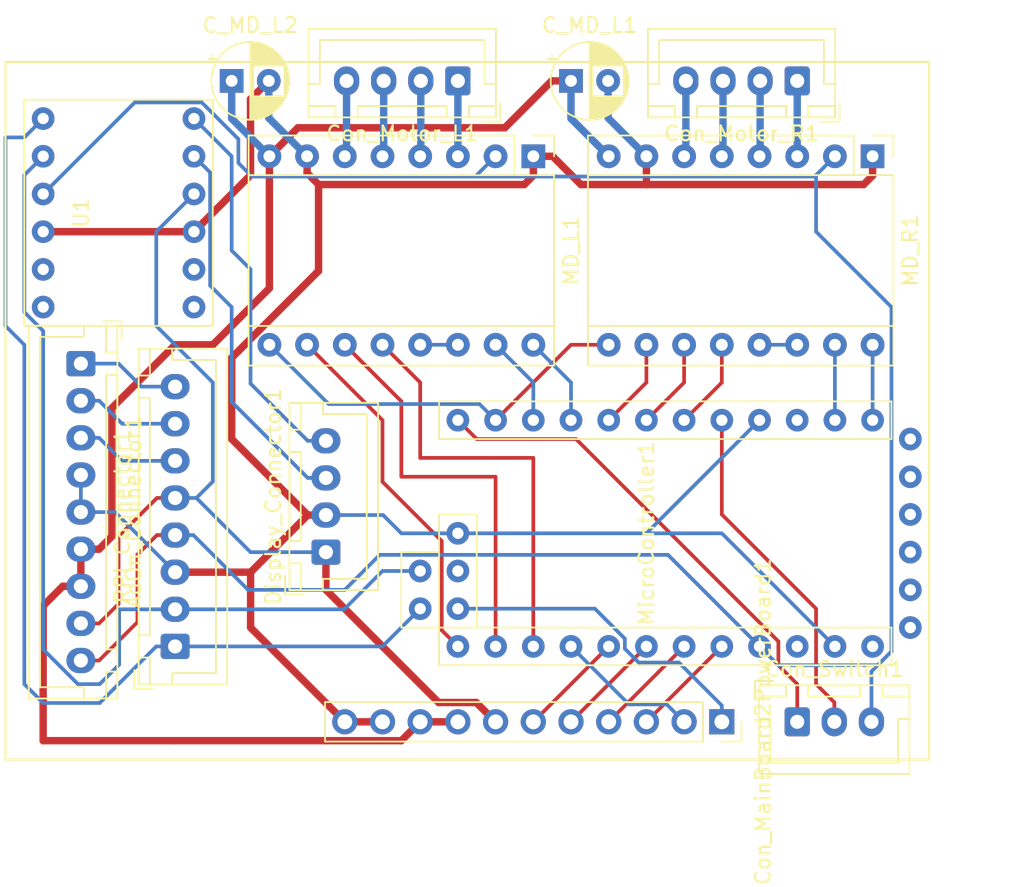
<source format=kicad_pcb>
(kicad_pcb (version 20171130) (host pcbnew "(5.1.5)-3")

  (general
    (thickness 1.6)
    (drawings 4)
    (tracks 235)
    (zones 0)
    (modules 13)
    (nets 49)
  )

  (page A4)
  (layers
    (0 F.Cu signal)
    (31 B.Cu signal)
    (32 B.Adhes user)
    (33 F.Adhes user)
    (34 B.Paste user)
    (35 F.Paste user)
    (36 B.SilkS user)
    (37 F.SilkS user)
    (38 B.Mask user)
    (39 F.Mask user)
    (40 Dwgs.User user)
    (41 Cmts.User user)
    (42 Eco1.User user)
    (43 Eco2.User user)
    (44 Edge.Cuts user)
    (45 Margin user)
    (46 B.CrtYd user)
    (47 F.CrtYd user)
    (48 B.Fab user)
    (49 F.Fab user)
  )

  (setup
    (last_trace_width 0.25)
    (user_trace_width 0.25)
    (user_trace_width 0.5)
    (trace_clearance 0.2)
    (zone_clearance 0.508)
    (zone_45_only no)
    (trace_min 0.2)
    (via_size 0.8)
    (via_drill 0.4)
    (via_min_size 0.4)
    (via_min_drill 0.3)
    (uvia_size 0.3)
    (uvia_drill 0.1)
    (uvias_allowed no)
    (uvia_min_size 0.2)
    (uvia_min_drill 0.1)
    (edge_width 0.1)
    (segment_width 0.2)
    (pcb_text_width 0.3)
    (pcb_text_size 1.5 1.5)
    (mod_edge_width 0.15)
    (mod_text_size 1 1)
    (mod_text_width 0.15)
    (pad_size 1.524 1.524)
    (pad_drill 0.762)
    (pad_to_mask_clearance 0)
    (aux_axis_origin 0 0)
    (visible_elements 7FFFFFFF)
    (pcbplotparams
      (layerselection 0x010fc_ffffffff)
      (usegerberextensions false)
      (usegerberattributes false)
      (usegerberadvancedattributes false)
      (creategerberjobfile false)
      (excludeedgelayer true)
      (linewidth 0.100000)
      (plotframeref false)
      (viasonmask false)
      (mode 1)
      (useauxorigin false)
      (hpglpennumber 1)
      (hpglpenspeed 20)
      (hpglpendiameter 15.000000)
      (psnegative false)
      (psa4output false)
      (plotreference true)
      (plotvalue true)
      (plotinvisibletext false)
      (padsonsilk false)
      (subtractmaskfromsilk false)
      (outputformat 1)
      (mirror false)
      (drillshape 1)
      (scaleselection 1)
      (outputdirectory ""))
  )

  (net 0 "")
  (net 1 "Net-(MD_L1-Pad13)")
  (net 2 "Net-(MD_R1-Pad13)")
  (net 3 +BATT)
  (net 4 +5V)
  (net 5 GND)
  (net 6 Dir_L)
  (net 7 Step_L)
  (net 8 Enable_Steppers)
  (net 9 Dir_R)
  (net 10 Step_R)
  (net 11 +3V3)
  (net 12 "Net-(Con_Motor_L1-Pad4)")
  (net 13 "Net-(Con_Motor_L1-Pad3)")
  (net 14 "Net-(Con_Motor_L1-Pad2)")
  (net 15 "Net-(Con_Motor_L1-Pad1)")
  (net 16 "Net-(Con_Motor_R1-Pad4)")
  (net 17 "Net-(Con_Motor_R1-Pad3)")
  (net 18 "Net-(Con_Motor_R1-Pad2)")
  (net 19 "Net-(Con_Motor_R1-Pad1)")
  (net 20 I2C_SCL)
  (net 21 I2C_SDA)
  (net 22 "Net-(Con_MainBoard2PowerBoard1-Pad4)")
  (net 23 "Net-(Con_MainBoard2PowerBoard1-Pad3)")
  (net 24 "Net-(MicroController1-Pad28)")
  (net 25 "Net-(MicroController1-Pad26)")
  (net 26 "Net-(MicroController1-Pad16)")
  (net 27 "Net-(MicroController1-Pad3)")
  (net 28 "Net-(U1-Pad8)")
  (net 29 "Net-(U1-Pad7)")
  (net 30 "Net-(U1-Pad6)")
  (net 31 "Net-(U1-Pad5)")
  (net 32 "Net-(Display_Connector1-Pad4)")
  (net 33 "Net-(Display_Connector1-Pad3)")
  (net 34 MS3_L)
  (net 35 MS2_L)
  (net 36 MS1_L)
  (net 37 MS3_R)
  (net 38 MS2_R)
  (net 39 MS1_R)
  (net 40 "Net-(Con_MainBoard2PowerBoard1-Pad6)")
  (net 41 "Net-(Con_MainBoard2PowerBoard1-Pad5)")
  (net 42 PowerIN)
  (net 43 PCheck)
  (net 44 RPI3)
  (net 45 RPI2)
  (net 46 RPI1)
  (net 47 Sw1)
  (net 48 Sw2)

  (net_class Default "This is the default net class."
    (clearance 0.2)
    (trace_width 0.25)
    (via_dia 0.8)
    (via_drill 0.4)
    (uvia_dia 0.3)
    (uvia_drill 0.1)
    (add_net +3V3)
    (add_net +5V)
    (add_net +BATT)
    (add_net Dir_L)
    (add_net Dir_R)
    (add_net Enable_Steppers)
    (add_net GND)
    (add_net I2C_SCL)
    (add_net I2C_SDA)
    (add_net MS1_L)
    (add_net MS1_R)
    (add_net MS2_L)
    (add_net MS2_R)
    (add_net MS3_L)
    (add_net MS3_R)
    (add_net "Net-(Con_MainBoard2PowerBoard1-Pad3)")
    (add_net "Net-(Con_MainBoard2PowerBoard1-Pad4)")
    (add_net "Net-(Con_MainBoard2PowerBoard1-Pad5)")
    (add_net "Net-(Con_MainBoard2PowerBoard1-Pad6)")
    (add_net "Net-(Con_Motor_L1-Pad1)")
    (add_net "Net-(Con_Motor_L1-Pad2)")
    (add_net "Net-(Con_Motor_L1-Pad3)")
    (add_net "Net-(Con_Motor_L1-Pad4)")
    (add_net "Net-(Con_Motor_R1-Pad1)")
    (add_net "Net-(Con_Motor_R1-Pad2)")
    (add_net "Net-(Con_Motor_R1-Pad3)")
    (add_net "Net-(Con_Motor_R1-Pad4)")
    (add_net "Net-(Display_Connector1-Pad3)")
    (add_net "Net-(Display_Connector1-Pad4)")
    (add_net "Net-(MD_L1-Pad13)")
    (add_net "Net-(MD_R1-Pad13)")
    (add_net "Net-(MicroController1-Pad16)")
    (add_net "Net-(MicroController1-Pad26)")
    (add_net "Net-(MicroController1-Pad28)")
    (add_net "Net-(MicroController1-Pad3)")
    (add_net "Net-(U1-Pad5)")
    (add_net "Net-(U1-Pad6)")
    (add_net "Net-(U1-Pad7)")
    (add_net "Net-(U1-Pad8)")
    (add_net PCheck)
    (add_net PowerIN)
    (add_net RPI1)
    (add_net RPI2)
    (add_net RPI3)
    (add_net Step_L)
    (add_net Step_R)
    (add_net Sw1)
    (add_net Sw2)
  )

  (module Connector_JST:JST_XH_B3B-XH-A_1x03_P2.50mm_Vertical (layer F.Cu) (tedit 5C28146C) (tstamp 5E517A54)
    (at 182.88 73.66)
    (descr "JST XH series connector, B3B-XH-A (http://www.jst-mfg.com/product/pdf/eng/eXH.pdf), generated with kicad-footprint-generator")
    (tags "connector JST XH vertical")
    (path /5E518E51)
    (fp_text reference Con_Switch1 (at 2.5 -3.55) (layer F.SilkS)
      (effects (font (size 1 1) (thickness 0.15)))
    )
    (fp_text value Conn_01x04 (at 2.5 4.6) (layer F.Fab)
      (effects (font (size 1 1) (thickness 0.15)))
    )
    (fp_text user %R (at 2.5 2.7) (layer F.Fab)
      (effects (font (size 1 1) (thickness 0.15)))
    )
    (fp_line (start -2.85 -2.75) (end -2.85 -1.5) (layer F.SilkS) (width 0.12))
    (fp_line (start -1.6 -2.75) (end -2.85 -2.75) (layer F.SilkS) (width 0.12))
    (fp_line (start 6.8 2.75) (end 2.5 2.75) (layer F.SilkS) (width 0.12))
    (fp_line (start 6.8 -0.2) (end 6.8 2.75) (layer F.SilkS) (width 0.12))
    (fp_line (start 7.55 -0.2) (end 6.8 -0.2) (layer F.SilkS) (width 0.12))
    (fp_line (start -1.8 2.75) (end 2.5 2.75) (layer F.SilkS) (width 0.12))
    (fp_line (start -1.8 -0.2) (end -1.8 2.75) (layer F.SilkS) (width 0.12))
    (fp_line (start -2.55 -0.2) (end -1.8 -0.2) (layer F.SilkS) (width 0.12))
    (fp_line (start 7.55 -2.45) (end 5.75 -2.45) (layer F.SilkS) (width 0.12))
    (fp_line (start 7.55 -1.7) (end 7.55 -2.45) (layer F.SilkS) (width 0.12))
    (fp_line (start 5.75 -1.7) (end 7.55 -1.7) (layer F.SilkS) (width 0.12))
    (fp_line (start 5.75 -2.45) (end 5.75 -1.7) (layer F.SilkS) (width 0.12))
    (fp_line (start -0.75 -2.45) (end -2.55 -2.45) (layer F.SilkS) (width 0.12))
    (fp_line (start -0.75 -1.7) (end -0.75 -2.45) (layer F.SilkS) (width 0.12))
    (fp_line (start -2.55 -1.7) (end -0.75 -1.7) (layer F.SilkS) (width 0.12))
    (fp_line (start -2.55 -2.45) (end -2.55 -1.7) (layer F.SilkS) (width 0.12))
    (fp_line (start 4.25 -2.45) (end 0.75 -2.45) (layer F.SilkS) (width 0.12))
    (fp_line (start 4.25 -1.7) (end 4.25 -2.45) (layer F.SilkS) (width 0.12))
    (fp_line (start 0.75 -1.7) (end 4.25 -1.7) (layer F.SilkS) (width 0.12))
    (fp_line (start 0.75 -2.45) (end 0.75 -1.7) (layer F.SilkS) (width 0.12))
    (fp_line (start 0 -1.35) (end 0.625 -2.35) (layer F.Fab) (width 0.1))
    (fp_line (start -0.625 -2.35) (end 0 -1.35) (layer F.Fab) (width 0.1))
    (fp_line (start 7.95 -2.85) (end -2.95 -2.85) (layer F.CrtYd) (width 0.05))
    (fp_line (start 7.95 3.9) (end 7.95 -2.85) (layer F.CrtYd) (width 0.05))
    (fp_line (start -2.95 3.9) (end 7.95 3.9) (layer F.CrtYd) (width 0.05))
    (fp_line (start -2.95 -2.85) (end -2.95 3.9) (layer F.CrtYd) (width 0.05))
    (fp_line (start 7.56 -2.46) (end -2.56 -2.46) (layer F.SilkS) (width 0.12))
    (fp_line (start 7.56 3.51) (end 7.56 -2.46) (layer F.SilkS) (width 0.12))
    (fp_line (start -2.56 3.51) (end 7.56 3.51) (layer F.SilkS) (width 0.12))
    (fp_line (start -2.56 -2.46) (end -2.56 3.51) (layer F.SilkS) (width 0.12))
    (fp_line (start 7.45 -2.35) (end -2.45 -2.35) (layer F.Fab) (width 0.1))
    (fp_line (start 7.45 3.4) (end 7.45 -2.35) (layer F.Fab) (width 0.1))
    (fp_line (start -2.45 3.4) (end 7.45 3.4) (layer F.Fab) (width 0.1))
    (fp_line (start -2.45 -2.35) (end -2.45 3.4) (layer F.Fab) (width 0.1))
    (pad 3 thru_hole oval (at 5 0) (size 1.7 1.95) (drill 0.95) (layers *.Cu *.Mask)
      (net 11 +3V3))
    (pad 2 thru_hole oval (at 2.5 0) (size 1.7 1.95) (drill 0.95) (layers *.Cu *.Mask)
      (net 47 Sw1))
    (pad 1 thru_hole roundrect (at 0 0) (size 1.7 1.95) (drill 0.95) (layers *.Cu *.Mask) (roundrect_rratio 0.147059)
      (net 48 Sw2))
    (model ${KISYS3DMOD}/Connector_JST.3dshapes/JST_XH_B3B-XH-A_1x03_P2.50mm_Vertical.wrl
      (at (xyz 0 0 0))
      (scale (xyz 1 1 1))
      (rotate (xyz 0 0 0))
    )
  )

  (module Connector_JST:JST_XH_B8B-XH-A_1x08_P2.50mm_Vertical (layer F.Cu) (tedit 5C28146C) (tstamp 5D8B04DA)
    (at 140.97 68.58 90)
    (descr "JST XH series connector, B8B-XH-A (http://www.jst-mfg.com/product/pdf/eng/eXH.pdf), generated with kicad-footprint-generator")
    (tags "connector JST XH vertical")
    (path /5D98DCAA)
    (fp_text reference RPi_Connector1 (at 8.75 -3.55 90) (layer F.SilkS)
      (effects (font (size 1 1) (thickness 0.15)))
    )
    (fp_text value Conn_01x05 (at 8.75 4.6 90) (layer F.Fab)
      (effects (font (size 1 1) (thickness 0.15)))
    )
    (fp_text user %R (at 8.75 -1.27 90) (layer F.Fab)
      (effects (font (size 1 1) (thickness 0.15)))
    )
    (fp_line (start -2.85 -2.75) (end -2.85 -1.5) (layer F.SilkS) (width 0.12))
    (fp_line (start -1.6 -2.75) (end -2.85 -2.75) (layer F.SilkS) (width 0.12))
    (fp_line (start 19.3 2.75) (end 8.75 2.75) (layer F.SilkS) (width 0.12))
    (fp_line (start 19.3 -0.2) (end 19.3 2.75) (layer F.SilkS) (width 0.12))
    (fp_line (start 20.05 -0.2) (end 19.3 -0.2) (layer F.SilkS) (width 0.12))
    (fp_line (start -1.8 2.75) (end 8.75 2.75) (layer F.SilkS) (width 0.12))
    (fp_line (start -1.8 -0.2) (end -1.8 2.75) (layer F.SilkS) (width 0.12))
    (fp_line (start -2.55 -0.2) (end -1.8 -0.2) (layer F.SilkS) (width 0.12))
    (fp_line (start 20.05 -2.45) (end 18.25 -2.45) (layer F.SilkS) (width 0.12))
    (fp_line (start 20.05 -1.7) (end 20.05 -2.45) (layer F.SilkS) (width 0.12))
    (fp_line (start 18.25 -1.7) (end 20.05 -1.7) (layer F.SilkS) (width 0.12))
    (fp_line (start 18.25 -2.45) (end 18.25 -1.7) (layer F.SilkS) (width 0.12))
    (fp_line (start -0.75 -2.45) (end -2.55 -2.45) (layer F.SilkS) (width 0.12))
    (fp_line (start -0.75 -1.7) (end -0.75 -2.45) (layer F.SilkS) (width 0.12))
    (fp_line (start -2.55 -1.7) (end -0.75 -1.7) (layer F.SilkS) (width 0.12))
    (fp_line (start -2.55 -2.45) (end -2.55 -1.7) (layer F.SilkS) (width 0.12))
    (fp_line (start 16.75 -2.45) (end 0.75 -2.45) (layer F.SilkS) (width 0.12))
    (fp_line (start 16.75 -1.7) (end 16.75 -2.45) (layer F.SilkS) (width 0.12))
    (fp_line (start 0.75 -1.7) (end 16.75 -1.7) (layer F.SilkS) (width 0.12))
    (fp_line (start 0.75 -2.45) (end 0.75 -1.7) (layer F.SilkS) (width 0.12))
    (fp_line (start 0 -1.35) (end 0.625 -2.35) (layer F.Fab) (width 0.1))
    (fp_line (start -0.625 -2.35) (end 0 -1.35) (layer F.Fab) (width 0.1))
    (fp_line (start 20.45 -2.85) (end -2.95 -2.85) (layer F.CrtYd) (width 0.05))
    (fp_line (start 20.45 3.9) (end 20.45 -2.85) (layer F.CrtYd) (width 0.05))
    (fp_line (start -2.95 3.9) (end 20.45 3.9) (layer F.CrtYd) (width 0.05))
    (fp_line (start -2.95 -2.85) (end -2.95 3.9) (layer F.CrtYd) (width 0.05))
    (fp_line (start 20.06 -2.46) (end -2.56 -2.46) (layer F.SilkS) (width 0.12))
    (fp_line (start 20.06 3.51) (end 20.06 -2.46) (layer F.SilkS) (width 0.12))
    (fp_line (start -2.56 3.51) (end 20.06 3.51) (layer F.SilkS) (width 0.12))
    (fp_line (start -2.56 -2.46) (end -2.56 3.51) (layer F.SilkS) (width 0.12))
    (fp_line (start 19.95 -2.35) (end -2.45 -2.35) (layer F.Fab) (width 0.1))
    (fp_line (start 19.95 3.4) (end 19.95 -2.35) (layer F.Fab) (width 0.1))
    (fp_line (start -2.45 3.4) (end 19.95 3.4) (layer F.Fab) (width 0.1))
    (fp_line (start -2.45 -2.35) (end -2.45 3.4) (layer F.Fab) (width 0.1))
    (pad 8 thru_hole oval (at 17.5 0 90) (size 1.7 1.95) (drill 0.95) (layers *.Cu *.Mask)
      (net 44 RPI3))
    (pad 7 thru_hole oval (at 15 0 90) (size 1.7 1.95) (drill 0.95) (layers *.Cu *.Mask)
      (net 45 RPI2))
    (pad 6 thru_hole oval (at 12.5 0 90) (size 1.7 1.95) (drill 0.95) (layers *.Cu *.Mask)
      (net 46 RPI1))
    (pad 5 thru_hole oval (at 10 0 90) (size 1.7 1.95) (drill 0.95) (layers *.Cu *.Mask)
      (net 4 +5V))
    (pad 4 thru_hole oval (at 7.5 0 90) (size 1.7 1.95) (drill 0.95) (layers *.Cu *.Mask)
      (net 11 +3V3))
    (pad 3 thru_hole oval (at 5 0 90) (size 1.7 1.95) (drill 0.95) (layers *.Cu *.Mask)
      (net 5 GND))
    (pad 2 thru_hole oval (at 2.5 0 90) (size 1.7 1.95) (drill 0.95) (layers *.Cu *.Mask)
      (net 20 I2C_SCL))
    (pad 1 thru_hole roundrect (at 0 0 90) (size 1.7 1.95) (drill 0.95) (layers *.Cu *.Mask) (roundrect_rratio 0.147059)
      (net 21 I2C_SDA))
    (model ${KISYS3DMOD}/Connector_JST.3dshapes/JST_XH_B8B-XH-A_1x08_P2.50mm_Vertical.wrl
      (at (xyz 0 0 0))
      (scale (xyz 1 1 1))
      (rotate (xyz 0 0 0))
    )
  )

  (module Connector_JST:JST_XH_B9B-XH-A_1x09_P2.50mm_Vertical (layer F.Cu) (tedit 5C28146C) (tstamp 5E40398C)
    (at 134.62 49.53 270)
    (descr "JST XH series connector, B9B-XH-A (http://www.jst-mfg.com/product/pdf/eng/eXH.pdf), generated with kicad-footprint-generator")
    (tags "connector JST XH vertical")
    (path /5E40576C)
    (fp_text reference AdOn_Connector1 (at 10 -3.55 90) (layer F.SilkS)
      (effects (font (size 1 1) (thickness 0.15)))
    )
    (fp_text value Conn_01x05 (at 10 4.6 90) (layer F.Fab)
      (effects (font (size 1 1) (thickness 0.15)))
    )
    (fp_text user %R (at 10 2.7 90) (layer F.Fab)
      (effects (font (size 1 1) (thickness 0.15)))
    )
    (fp_line (start -2.85 -2.75) (end -2.85 -1.5) (layer F.SilkS) (width 0.12))
    (fp_line (start -1.6 -2.75) (end -2.85 -2.75) (layer F.SilkS) (width 0.12))
    (fp_line (start 21.8 2.75) (end 10 2.75) (layer F.SilkS) (width 0.12))
    (fp_line (start 21.8 -0.2) (end 21.8 2.75) (layer F.SilkS) (width 0.12))
    (fp_line (start 22.55 -0.2) (end 21.8 -0.2) (layer F.SilkS) (width 0.12))
    (fp_line (start -1.8 2.75) (end 10 2.75) (layer F.SilkS) (width 0.12))
    (fp_line (start -1.8 -0.2) (end -1.8 2.75) (layer F.SilkS) (width 0.12))
    (fp_line (start -2.55 -0.2) (end -1.8 -0.2) (layer F.SilkS) (width 0.12))
    (fp_line (start 22.55 -2.45) (end 20.75 -2.45) (layer F.SilkS) (width 0.12))
    (fp_line (start 22.55 -1.7) (end 22.55 -2.45) (layer F.SilkS) (width 0.12))
    (fp_line (start 20.75 -1.7) (end 22.55 -1.7) (layer F.SilkS) (width 0.12))
    (fp_line (start 20.75 -2.45) (end 20.75 -1.7) (layer F.SilkS) (width 0.12))
    (fp_line (start -0.75 -2.45) (end -2.55 -2.45) (layer F.SilkS) (width 0.12))
    (fp_line (start -0.75 -1.7) (end -0.75 -2.45) (layer F.SilkS) (width 0.12))
    (fp_line (start -2.55 -1.7) (end -0.75 -1.7) (layer F.SilkS) (width 0.12))
    (fp_line (start -2.55 -2.45) (end -2.55 -1.7) (layer F.SilkS) (width 0.12))
    (fp_line (start 19.25 -2.45) (end 0.75 -2.45) (layer F.SilkS) (width 0.12))
    (fp_line (start 19.25 -1.7) (end 19.25 -2.45) (layer F.SilkS) (width 0.12))
    (fp_line (start 0.75 -1.7) (end 19.25 -1.7) (layer F.SilkS) (width 0.12))
    (fp_line (start 0.75 -2.45) (end 0.75 -1.7) (layer F.SilkS) (width 0.12))
    (fp_line (start 0 -1.35) (end 0.625 -2.35) (layer F.Fab) (width 0.1))
    (fp_line (start -0.625 -2.35) (end 0 -1.35) (layer F.Fab) (width 0.1))
    (fp_line (start 22.95 -2.85) (end -2.95 -2.85) (layer F.CrtYd) (width 0.05))
    (fp_line (start 22.95 3.9) (end 22.95 -2.85) (layer F.CrtYd) (width 0.05))
    (fp_line (start -2.95 3.9) (end 22.95 3.9) (layer F.CrtYd) (width 0.05))
    (fp_line (start -2.95 -2.85) (end -2.95 3.9) (layer F.CrtYd) (width 0.05))
    (fp_line (start 22.56 -2.46) (end -2.56 -2.46) (layer F.SilkS) (width 0.12))
    (fp_line (start 22.56 3.51) (end 22.56 -2.46) (layer F.SilkS) (width 0.12))
    (fp_line (start -2.56 3.51) (end 22.56 3.51) (layer F.SilkS) (width 0.12))
    (fp_line (start -2.56 -2.46) (end -2.56 3.51) (layer F.SilkS) (width 0.12))
    (fp_line (start 22.45 -2.35) (end -2.45 -2.35) (layer F.Fab) (width 0.1))
    (fp_line (start 22.45 3.4) (end 22.45 -2.35) (layer F.Fab) (width 0.1))
    (fp_line (start -2.45 3.4) (end 22.45 3.4) (layer F.Fab) (width 0.1))
    (fp_line (start -2.45 -2.35) (end -2.45 3.4) (layer F.Fab) (width 0.1))
    (pad 9 thru_hole oval (at 20 0 270) (size 1.7 1.95) (drill 0.95) (layers *.Cu *.Mask)
      (net 11 +3V3))
    (pad 8 thru_hole oval (at 17.5 0 270) (size 1.7 1.95) (drill 0.95) (layers *.Cu *.Mask)
      (net 4 +5V))
    (pad 7 thru_hole oval (at 15 0 270) (size 1.7 1.95) (drill 0.95) (layers *.Cu *.Mask)
      (net 3 +BATT))
    (pad 6 thru_hole oval (at 12.5 0 270) (size 1.7 1.95) (drill 0.95) (layers *.Cu *.Mask)
      (net 3 +BATT))
    (pad 5 thru_hole oval (at 10 0 270) (size 1.7 1.95) (drill 0.95) (layers *.Cu *.Mask)
      (net 5 GND))
    (pad 4 thru_hole oval (at 7.5 0 270) (size 1.7 1.95) (drill 0.95) (layers *.Cu *.Mask)
      (net 5 GND))
    (pad 3 thru_hole oval (at 5 0 270) (size 1.7 1.95) (drill 0.95) (layers *.Cu *.Mask)
      (net 46 RPI1))
    (pad 2 thru_hole oval (at 2.5 0 270) (size 1.7 1.95) (drill 0.95) (layers *.Cu *.Mask)
      (net 45 RPI2))
    (pad 1 thru_hole roundrect (at 0 0 270) (size 1.7 1.95) (drill 0.95) (layers *.Cu *.Mask) (roundrect_rratio 0.147059)
      (net 44 RPI3))
    (model ${KISYS3DMOD}/Connector_JST.3dshapes/JST_XH_B9B-XH-A_1x09_P2.50mm_Vertical.wrl
      (at (xyz 0 0 0))
      (scale (xyz 1 1 1))
      (rotate (xyz 0 0 0))
    )
  )

  (module Connector_PinSocket_2.54mm:PinSocket_1x11_P2.54mm_Vertical (layer F.Cu) (tedit 5A19A42E) (tstamp 5D8B0260)
    (at 177.8 73.66 270)
    (descr "Through hole straight socket strip, 1x11, 2.54mm pitch, single row (from Kicad 4.0.7), script generated")
    (tags "Through hole socket strip THT 1x11 2.54mm single row")
    (path /5DA6255C)
    (fp_text reference Con_MainBoard2PowerBoard1 (at 0 -2.77 90) (layer F.SilkS)
      (effects (font (size 1 1) (thickness 0.15)))
    )
    (fp_text value Conn_01x09_Female (at 0 28.17 90) (layer F.Fab)
      (effects (font (size 1 1) (thickness 0.15)))
    )
    (fp_text user %R (at 0 12.7) (layer F.Fab)
      (effects (font (size 1 1) (thickness 0.15)))
    )
    (fp_line (start -1.8 27.15) (end -1.8 -1.8) (layer F.CrtYd) (width 0.05))
    (fp_line (start 1.75 27.15) (end -1.8 27.15) (layer F.CrtYd) (width 0.05))
    (fp_line (start 1.75 -1.8) (end 1.75 27.15) (layer F.CrtYd) (width 0.05))
    (fp_line (start -1.8 -1.8) (end 1.75 -1.8) (layer F.CrtYd) (width 0.05))
    (fp_line (start 0 -1.33) (end 1.33 -1.33) (layer F.SilkS) (width 0.12))
    (fp_line (start 1.33 -1.33) (end 1.33 0) (layer F.SilkS) (width 0.12))
    (fp_line (start 1.33 1.27) (end 1.33 26.73) (layer F.SilkS) (width 0.12))
    (fp_line (start -1.33 26.73) (end 1.33 26.73) (layer F.SilkS) (width 0.12))
    (fp_line (start -1.33 1.27) (end -1.33 26.73) (layer F.SilkS) (width 0.12))
    (fp_line (start -1.33 1.27) (end 1.33 1.27) (layer F.SilkS) (width 0.12))
    (fp_line (start -1.27 26.67) (end -1.27 -1.27) (layer F.Fab) (width 0.1))
    (fp_line (start 1.27 26.67) (end -1.27 26.67) (layer F.Fab) (width 0.1))
    (fp_line (start 1.27 -0.635) (end 1.27 26.67) (layer F.Fab) (width 0.1))
    (fp_line (start 0.635 -1.27) (end 1.27 -0.635) (layer F.Fab) (width 0.1))
    (fp_line (start -1.27 -1.27) (end 0.635 -1.27) (layer F.Fab) (width 0.1))
    (pad 11 thru_hole oval (at 0 25.4 270) (size 1.7 1.7) (drill 1) (layers *.Cu *.Mask)
      (net 5 GND))
    (pad 10 thru_hole oval (at 0 22.86 270) (size 1.7 1.7) (drill 1) (layers *.Cu *.Mask)
      (net 5 GND))
    (pad 9 thru_hole oval (at 0 20.32 270) (size 1.7 1.7) (drill 1) (layers *.Cu *.Mask)
      (net 3 +BATT))
    (pad 8 thru_hole oval (at 0 17.78 270) (size 1.7 1.7) (drill 1) (layers *.Cu *.Mask)
      (net 3 +BATT))
    (pad 7 thru_hole oval (at 0 15.24 270) (size 1.7 1.7) (drill 1) (layers *.Cu *.Mask)
      (net 4 +5V))
    (pad 6 thru_hole oval (at 0 12.7 270) (size 1.7 1.7) (drill 1) (layers *.Cu *.Mask)
      (net 40 "Net-(Con_MainBoard2PowerBoard1-Pad6)"))
    (pad 5 thru_hole oval (at 0 10.16 270) (size 1.7 1.7) (drill 1) (layers *.Cu *.Mask)
      (net 41 "Net-(Con_MainBoard2PowerBoard1-Pad5)"))
    (pad 4 thru_hole oval (at 0 7.62 270) (size 1.7 1.7) (drill 1) (layers *.Cu *.Mask)
      (net 22 "Net-(Con_MainBoard2PowerBoard1-Pad4)"))
    (pad 3 thru_hole oval (at 0 5.08 270) (size 1.7 1.7) (drill 1) (layers *.Cu *.Mask)
      (net 23 "Net-(Con_MainBoard2PowerBoard1-Pad3)"))
    (pad 2 thru_hole oval (at 0 2.54 270) (size 1.7 1.7) (drill 1) (layers *.Cu *.Mask)
      (net 42 PowerIN))
    (pad 1 thru_hole rect (at 0 0 270) (size 1.7 1.7) (drill 1) (layers *.Cu *.Mask)
      (net 43 PCheck))
    (model ${KISYS3DMOD}/Connector_PinSocket_2.54mm.3dshapes/PinSocket_1x11_P2.54mm_Vertical.wrl
      (at (xyz 0 0 0))
      (scale (xyz 1 1 1))
      (rotate (xyz 0 0 0))
    )
  )

  (module CustomFootprints:LevelShifterBreakoutBoard (layer F.Cu) (tedit 5D8CFD01) (tstamp 5D8D61CC)
    (at 137.16 40.64 270)
    (path /5D8DEC02)
    (fp_text reference U1 (at -1.27 2.54 90) (layer F.SilkS)
      (effects (font (size 1 1) (thickness 0.15)))
    )
    (fp_text value LevelShifter (at 0.225 -0.995 90) (layer F.Fab)
      (effects (font (size 1 1) (thickness 0.15)))
    )
    (fp_line (start 6.35 -6.35) (end -8.89 -6.35) (layer F.SilkS) (width 0.12))
    (fp_line (start 6.35 6.35) (end 6.35 -6.35) (layer F.SilkS) (width 0.12))
    (fp_line (start -8.89 6.35) (end 6.35 6.35) (layer F.SilkS) (width 0.12))
    (fp_line (start -8.89 -6.35) (end -8.89 6.35) (layer F.SilkS) (width 0.12))
    (pad 12 thru_hole circle (at -7.62 -5.08 270) (size 1.524 1.524) (drill 0.762) (layers *.Cu *.Mask)
      (net 32 "Net-(Display_Connector1-Pad4)"))
    (pad 11 thru_hole circle (at -5.08 -5.08 270) (size 1.524 1.524) (drill 0.762) (layers *.Cu *.Mask)
      (net 33 "Net-(Display_Connector1-Pad3)"))
    (pad 10 thru_hole circle (at -2.54 -5.08 270) (size 1.524 1.524) (drill 0.762) (layers *.Cu *.Mask)
      (net 4 +5V))
    (pad 9 thru_hole circle (at 0 -5.08 270) (size 1.524 1.524) (drill 0.762) (layers *.Cu *.Mask)
      (net 5 GND))
    (pad 8 thru_hole circle (at 2.54 -5.08 270) (size 1.524 1.524) (drill 0.762) (layers *.Cu *.Mask)
      (net 28 "Net-(U1-Pad8)"))
    (pad 7 thru_hole circle (at 5.08 -5.08 270) (size 1.524 1.524) (drill 0.762) (layers *.Cu *.Mask)
      (net 29 "Net-(U1-Pad7)"))
    (pad 6 thru_hole circle (at 5.08 5.08 270) (size 1.524 1.524) (drill 0.762) (layers *.Cu *.Mask)
      (net 30 "Net-(U1-Pad6)"))
    (pad 5 thru_hole circle (at 2.54 5.08 270) (size 1.524 1.524) (drill 0.762) (layers *.Cu *.Mask)
      (net 31 "Net-(U1-Pad5)"))
    (pad 4 thru_hole circle (at 0 5.08 270) (size 1.524 1.524) (drill 0.762) (layers *.Cu *.Mask)
      (net 5 GND))
    (pad 3 thru_hole circle (at -2.54 5.08 270) (size 1.524 1.524) (drill 0.762) (layers *.Cu *.Mask)
      (net 11 +3V3))
    (pad 2 thru_hole circle (at -5.08 5.08 270) (size 1.524 1.524) (drill 0.762) (layers *.Cu *.Mask)
      (net 20 I2C_SCL))
    (pad 1 thru_hole circle (at -7.62 5.08 270) (size 1.524 1.524) (drill 0.762) (layers *.Cu *.Mask)
      (net 21 I2C_SDA))
  )

  (module Connector_JST:JST_XH_B4B-XH-A_1x04_P2.50mm_Vertical (layer F.Cu) (tedit 5C28146C) (tstamp 5D8D6675)
    (at 151.13 62.23 90)
    (descr "JST XH series connector, B4B-XH-A (http://www.jst-mfg.com/product/pdf/eng/eXH.pdf), generated with kicad-footprint-generator")
    (tags "connector JST XH vertical")
    (path /5D8C83D4)
    (fp_text reference Display_Connector1 (at 3.75 -3.55 90) (layer F.SilkS)
      (effects (font (size 1 1) (thickness 0.15)))
    )
    (fp_text value Conn_01x04 (at 3.75 4.6 90) (layer F.Fab)
      (effects (font (size 1 1) (thickness 0.15)))
    )
    (fp_text user %R (at 3.81 2.7 90) (layer F.Fab)
      (effects (font (size 1 1) (thickness 0.15)))
    )
    (fp_line (start -2.85 -2.75) (end -2.85 -1.5) (layer F.SilkS) (width 0.12))
    (fp_line (start -1.6 -2.75) (end -2.85 -2.75) (layer F.SilkS) (width 0.12))
    (fp_line (start 9.3 2.75) (end 3.75 2.75) (layer F.SilkS) (width 0.12))
    (fp_line (start 9.3 -0.2) (end 9.3 2.75) (layer F.SilkS) (width 0.12))
    (fp_line (start 10.05 -0.2) (end 9.3 -0.2) (layer F.SilkS) (width 0.12))
    (fp_line (start -1.8 2.75) (end 3.75 2.75) (layer F.SilkS) (width 0.12))
    (fp_line (start -1.8 -0.2) (end -1.8 2.75) (layer F.SilkS) (width 0.12))
    (fp_line (start -2.55 -0.2) (end -1.8 -0.2) (layer F.SilkS) (width 0.12))
    (fp_line (start 10.05 -2.45) (end 8.25 -2.45) (layer F.SilkS) (width 0.12))
    (fp_line (start 10.05 -1.7) (end 10.05 -2.45) (layer F.SilkS) (width 0.12))
    (fp_line (start 8.25 -1.7) (end 10.05 -1.7) (layer F.SilkS) (width 0.12))
    (fp_line (start 8.25 -2.45) (end 8.25 -1.7) (layer F.SilkS) (width 0.12))
    (fp_line (start -0.75 -2.45) (end -2.55 -2.45) (layer F.SilkS) (width 0.12))
    (fp_line (start -0.75 -1.7) (end -0.75 -2.45) (layer F.SilkS) (width 0.12))
    (fp_line (start -2.55 -1.7) (end -0.75 -1.7) (layer F.SilkS) (width 0.12))
    (fp_line (start -2.55 -2.45) (end -2.55 -1.7) (layer F.SilkS) (width 0.12))
    (fp_line (start 6.75 -2.45) (end 0.75 -2.45) (layer F.SilkS) (width 0.12))
    (fp_line (start 6.75 -1.7) (end 6.75 -2.45) (layer F.SilkS) (width 0.12))
    (fp_line (start 0.75 -1.7) (end 6.75 -1.7) (layer F.SilkS) (width 0.12))
    (fp_line (start 0.75 -2.45) (end 0.75 -1.7) (layer F.SilkS) (width 0.12))
    (fp_line (start 0 -1.35) (end 0.625 -2.35) (layer F.Fab) (width 0.1))
    (fp_line (start -0.625 -2.35) (end 0 -1.35) (layer F.Fab) (width 0.1))
    (fp_line (start 10.45 -2.85) (end -2.95 -2.85) (layer F.CrtYd) (width 0.05))
    (fp_line (start 10.45 3.9) (end 10.45 -2.85) (layer F.CrtYd) (width 0.05))
    (fp_line (start -2.95 3.9) (end 10.45 3.9) (layer F.CrtYd) (width 0.05))
    (fp_line (start -2.95 -2.85) (end -2.95 3.9) (layer F.CrtYd) (width 0.05))
    (fp_line (start 10.06 -2.46) (end -2.56 -2.46) (layer F.SilkS) (width 0.12))
    (fp_line (start 10.06 3.51) (end 10.06 -2.46) (layer F.SilkS) (width 0.12))
    (fp_line (start -2.56 3.51) (end 10.06 3.51) (layer F.SilkS) (width 0.12))
    (fp_line (start -2.56 -2.46) (end -2.56 3.51) (layer F.SilkS) (width 0.12))
    (fp_line (start 9.95 -2.35) (end -2.45 -2.35) (layer F.Fab) (width 0.1))
    (fp_line (start 9.95 3.4) (end 9.95 -2.35) (layer F.Fab) (width 0.1))
    (fp_line (start -2.45 3.4) (end 9.95 3.4) (layer F.Fab) (width 0.1))
    (fp_line (start -2.45 -2.35) (end -2.45 3.4) (layer F.Fab) (width 0.1))
    (pad 4 thru_hole oval (at 7.5 0 90) (size 1.7 1.95) (drill 0.95) (layers *.Cu *.Mask)
      (net 32 "Net-(Display_Connector1-Pad4)"))
    (pad 3 thru_hole oval (at 5 0 90) (size 1.7 1.95) (drill 0.95) (layers *.Cu *.Mask)
      (net 33 "Net-(Display_Connector1-Pad3)"))
    (pad 2 thru_hole oval (at 2.5 0 90) (size 1.7 1.95) (drill 0.95) (layers *.Cu *.Mask)
      (net 5 GND))
    (pad 1 thru_hole roundrect (at 0 0 90) (size 1.7 1.95) (drill 0.95) (layers *.Cu *.Mask) (roundrect_rratio 0.147059)
      (net 4 +5V))
    (model ${KISYS3DMOD}/Connector_JST.3dshapes/JST_XH_B4B-XH-A_1x04_P2.50mm_Vertical.wrl
      (at (xyz 0 0 0))
      (scale (xyz 1 1 1))
      (rotate (xyz 0 0 0))
    )
  )

  (module CustomFootprints:Arduino_Pro_Mini_Socket_IZOKEE (layer F.Cu) (tedit 5D87E012) (tstamp 5D8B03C3)
    (at 175.26 60.96 270)
    (path /5D9626D5)
    (fp_text reference MicroController1 (at 0 2.54 90) (layer F.SilkS)
      (effects (font (size 1 1) (thickness 0.15)))
    )
    (fp_text value IZOKEEProMini (at 0 -1.27 90) (layer F.Fab)
      (effects (font (size 1 1) (thickness 0.15)))
    )
    (fp_line (start 1.27 19.05) (end 1.27 16.51) (layer F.SilkS) (width 0.12))
    (fp_line (start 6.35 19.05) (end 1.27 19.05) (layer F.SilkS) (width 0.12))
    (fp_line (start 6.35 16.51) (end 6.35 19.05) (layer F.SilkS) (width 0.12))
    (fp_line (start -1.27 16.51) (end 6.35 16.51) (layer F.SilkS) (width 0.12))
    (fp_line (start -1.27 13.97) (end -1.27 16.51) (layer F.SilkS) (width 0.12))
    (fp_line (start 6.35 13.97) (end -1.27 13.97) (layer F.SilkS) (width 0.12))
    (fp_line (start 6.35 16.51) (end 6.35 -13.97) (layer F.SilkS) (width 0.12))
    (fp_line (start 8.89 16.51) (end 6.35 16.51) (layer F.SilkS) (width 0.12))
    (fp_line (start 8.89 -13.97) (end 8.89 16.51) (layer F.SilkS) (width 0.12))
    (fp_line (start 6.35 -13.97) (end 8.89 -13.97) (layer F.SilkS) (width 0.12))
    (fp_line (start -8.89 16.51) (end -8.89 -13.97) (layer F.SilkS) (width 0.12))
    (fp_line (start -6.35 16.51) (end -8.89 16.51) (layer F.SilkS) (width 0.12))
    (fp_line (start -6.35 -13.97) (end -6.35 16.51) (layer F.SilkS) (width 0.12))
    (fp_line (start -8.89 -13.97) (end -6.35 -13.97) (layer F.SilkS) (width 0.12))
    (fp_poly (pts (xy -7.62 -16.51) (xy 7.62 -16.51) (xy 7.62 -22.86) (xy -7.62 -22.86)) (layer Dwgs.User) (width 0.1))
    (pad 35 thru_hole circle (at 0 15.24 270) (size 1.524 1.524) (drill 0.762) (layers *.Cu *.Mask)
      (net 5 GND))
    (pad 34 thru_hole circle (at -6.35 -15.24 270) (size 1.524 1.524) (drill 0.762) (layers *.Cu *.Mask))
    (pad 33 thru_hole circle (at -3.81 -15.24 270) (size 1.524 1.524) (drill 0.762) (layers *.Cu *.Mask))
    (pad 32 thru_hole circle (at -1.27 -15.24 270) (size 1.524 1.524) (drill 0.762) (layers *.Cu *.Mask))
    (pad 31 thru_hole circle (at 1.27 -15.24 270) (size 1.524 1.524) (drill 0.762) (layers *.Cu *.Mask))
    (pad 30 thru_hole circle (at 3.81 -15.24 270) (size 1.524 1.524) (drill 0.762) (layers *.Cu *.Mask))
    (pad 29 thru_hole circle (at 6.35 -15.24 270) (size 1.524 1.524) (drill 0.762) (layers *.Cu *.Mask))
    (pad 28 thru_hole circle (at 7.62 -12.7 270) (size 1.524 1.524) (drill 0.762) (layers *.Cu *.Mask)
      (net 24 "Net-(MicroController1-Pad28)"))
    (pad 27 thru_hole circle (at 7.62 -10.16 270) (size 1.524 1.524) (drill 0.762) (layers *.Cu *.Mask)
      (net 5 GND))
    (pad 26 thru_hole circle (at 7.62 -7.62 270) (size 1.524 1.524) (drill 0.762) (layers *.Cu *.Mask)
      (net 25 "Net-(MicroController1-Pad26)"))
    (pad 25 thru_hole circle (at 7.62 -5.08 270) (size 1.524 1.524) (drill 0.762) (layers *.Cu *.Mask)
      (net 11 +3V3))
    (pad 24 thru_hole circle (at 2.54 17.78) (size 1.524 1.524) (drill 0.762) (layers *.Cu *.Mask)
      (net 20 I2C_SCL))
    (pad 23 thru_hole circle (at 7.62 -2.54 270) (size 1.524 1.524) (drill 0.762) (layers *.Cu *.Mask)
      (net 23 "Net-(Con_MainBoard2PowerBoard1-Pad3)"))
    (pad 22 thru_hole circle (at 5.08 17.78) (size 1.524 1.524) (drill 0.762) (layers *.Cu *.Mask)
      (net 21 I2C_SDA))
    (pad 21 thru_hole circle (at 7.62 0 270) (size 1.524 1.524) (drill 0.762) (layers *.Cu *.Mask)
      (net 22 "Net-(Con_MainBoard2PowerBoard1-Pad4)"))
    (pad 20 thru_hole circle (at 7.62 2.54 270) (size 1.524 1.524) (drill 0.762) (layers *.Cu *.Mask)
      (net 41 "Net-(Con_MainBoard2PowerBoard1-Pad5)"))
    (pad 19 thru_hole circle (at 7.62 5.08 270) (size 1.524 1.524) (drill 0.762) (layers *.Cu *.Mask)
      (net 40 "Net-(Con_MainBoard2PowerBoard1-Pad6)"))
    (pad 18 thru_hole circle (at 5.08 15.24) (size 1.524 1.524) (drill 0.762) (layers *.Cu *.Mask)
      (net 43 PCheck))
    (pad 17 thru_hole circle (at 7.62 7.62 270) (size 1.524 1.524) (drill 0.762) (layers *.Cu *.Mask)
      (net 42 PowerIN))
    (pad 16 thru_hole circle (at 2.54 15.24) (size 1.524 1.524) (drill 0.762) (layers *.Cu *.Mask)
      (net 26 "Net-(MicroController1-Pad16)"))
    (pad 15 thru_hole circle (at 7.62 10.16 270) (size 1.524 1.524) (drill 0.762) (layers *.Cu *.Mask)
      (net 34 MS3_L))
    (pad 14 thru_hole circle (at 7.62 12.7 270) (size 1.524 1.524) (drill 0.762) (layers *.Cu *.Mask)
      (net 35 MS2_L))
    (pad 13 thru_hole circle (at 7.62 15.24 270) (size 1.524 1.524) (drill 0.762) (layers *.Cu *.Mask)
      (net 36 MS1_L))
    (pad 12 thru_hole circle (at -7.62 15.24 270) (size 1.524 1.524) (drill 0.762) (layers *.Cu *.Mask)
      (net 48 Sw2))
    (pad 11 thru_hole circle (at -7.62 12.7 270) (size 1.524 1.524) (drill 0.762) (layers *.Cu *.Mask)
      (net 8 Enable_Steppers))
    (pad 10 thru_hole circle (at -7.62 10.16 270) (size 1.524 1.524) (drill 0.762) (layers *.Cu *.Mask)
      (net 7 Step_L))
    (pad 9 thru_hole circle (at -7.62 7.62 270) (size 1.524 1.524) (drill 0.762) (layers *.Cu *.Mask)
      (net 6 Dir_L))
    (pad 8 thru_hole circle (at -7.62 5.08 270) (size 1.524 1.524) (drill 0.762) (layers *.Cu *.Mask)
      (net 39 MS1_R))
    (pad 7 thru_hole circle (at -7.62 2.54 270) (size 1.524 1.524) (drill 0.762) (layers *.Cu *.Mask)
      (net 38 MS2_R))
    (pad 6 thru_hole circle (at -7.62 0 270) (size 1.524 1.524) (drill 0.762) (layers *.Cu *.Mask)
      (net 37 MS3_R))
    (pad 5 thru_hole circle (at -7.62 -2.54 270) (size 1.524 1.524) (drill 0.762) (layers *.Cu *.Mask)
      (net 47 Sw1))
    (pad 4 thru_hole circle (at -7.62 -5.08 270) (size 1.524 1.524) (drill 0.762) (layers *.Cu *.Mask)
      (net 5 GND))
    (pad 3 thru_hole circle (at -7.62 -7.62 270) (size 1.524 1.524) (drill 0.762) (layers *.Cu *.Mask)
      (net 27 "Net-(MicroController1-Pad3)"))
    (pad 2 thru_hole circle (at -7.62 -10.16 270) (size 1.524 1.524) (drill 0.762) (layers *.Cu *.Mask)
      (net 10 Step_R))
    (pad 1 thru_hole circle (at -7.62 -12.7 270) (size 1.524 1.524) (drill 0.762) (layers *.Cu *.Mask)
      (net 9 Dir_R))
  )

  (module Module:Pololu_Breakout-16_15.2x20.3mm (layer F.Cu) (tedit 58AB602C) (tstamp 5D8AF7A6)
    (at 187.96 35.56 270)
    (descr "Pololu Breakout 16-pin 15.2x20.3mm 0.6x0.8\\")
    (tags "Pololu Breakout")
    (path /5D876F4D)
    (fp_text reference MD_R1 (at 6.35 -2.54 90) (layer F.SilkS)
      (effects (font (size 1 1) (thickness 0.15)))
    )
    (fp_text value Pololu_Breakout_A4988 (at 6.35 20.17 90) (layer F.Fab)
      (effects (font (size 1 1) (thickness 0.15)))
    )
    (fp_line (start 14.21 19.3) (end -1.53 19.3) (layer F.CrtYd) (width 0.05))
    (fp_line (start 14.21 19.3) (end 14.21 -1.52) (layer F.CrtYd) (width 0.05))
    (fp_line (start -1.53 -1.52) (end -1.53 19.3) (layer F.CrtYd) (width 0.05))
    (fp_line (start -1.53 -1.52) (end 14.21 -1.52) (layer F.CrtYd) (width 0.05))
    (fp_line (start -1.27 19.05) (end -1.27 0) (layer F.Fab) (width 0.1))
    (fp_line (start 13.97 19.05) (end -1.27 19.05) (layer F.Fab) (width 0.1))
    (fp_line (start 13.97 -1.27) (end 13.97 19.05) (layer F.Fab) (width 0.1))
    (fp_line (start 0 -1.27) (end 13.97 -1.27) (layer F.Fab) (width 0.1))
    (fp_line (start -1.27 0) (end 0 -1.27) (layer F.Fab) (width 0.1))
    (fp_line (start 14.1 -1.4) (end 1.27 -1.4) (layer F.SilkS) (width 0.12))
    (fp_line (start 14.1 19.18) (end 14.1 -1.4) (layer F.SilkS) (width 0.12))
    (fp_line (start -1.4 19.18) (end 14.1 19.18) (layer F.SilkS) (width 0.12))
    (fp_line (start -1.4 1.27) (end -1.4 19.18) (layer F.SilkS) (width 0.12))
    (fp_line (start 1.27 1.27) (end -1.4 1.27) (layer F.SilkS) (width 0.12))
    (fp_line (start 1.27 -1.4) (end 1.27 1.27) (layer F.SilkS) (width 0.12))
    (fp_line (start -1.4 -1.4) (end -1.4 0) (layer F.SilkS) (width 0.12))
    (fp_line (start 0 -1.4) (end -1.4 -1.4) (layer F.SilkS) (width 0.12))
    (fp_line (start 1.27 1.27) (end 1.27 19.18) (layer F.SilkS) (width 0.12))
    (fp_line (start 11.43 -1.4) (end 11.43 19.18) (layer F.SilkS) (width 0.12))
    (fp_text user %R (at 6.35 0 90) (layer F.Fab)
      (effects (font (size 1 1) (thickness 0.15)))
    )
    (pad 16 thru_hole oval (at 12.7 0 270) (size 1.6 1.6) (drill 0.8) (layers *.Cu *.Mask)
      (net 9 Dir_R))
    (pad 8 thru_hole oval (at 0 17.78 270) (size 1.6 1.6) (drill 0.8) (layers *.Cu *.Mask)
      (net 3 +BATT))
    (pad 15 thru_hole oval (at 12.7 2.54 270) (size 1.6 1.6) (drill 0.8) (layers *.Cu *.Mask)
      (net 10 Step_R))
    (pad 7 thru_hole oval (at 0 15.24 270) (size 1.6 1.6) (drill 0.8) (layers *.Cu *.Mask)
      (net 5 GND))
    (pad 14 thru_hole oval (at 12.7 5.08 270) (size 1.6 1.6) (drill 0.8) (layers *.Cu *.Mask)
      (net 2 "Net-(MD_R1-Pad13)"))
    (pad 6 thru_hole oval (at 0 12.7 270) (size 1.6 1.6) (drill 0.8) (layers *.Cu *.Mask)
      (net 16 "Net-(Con_Motor_R1-Pad4)"))
    (pad 13 thru_hole oval (at 12.7 7.62 270) (size 1.6 1.6) (drill 0.8) (layers *.Cu *.Mask)
      (net 2 "Net-(MD_R1-Pad13)"))
    (pad 5 thru_hole oval (at 0 10.16 270) (size 1.6 1.6) (drill 0.8) (layers *.Cu *.Mask)
      (net 17 "Net-(Con_Motor_R1-Pad3)"))
    (pad 12 thru_hole oval (at 12.7 10.16 270) (size 1.6 1.6) (drill 0.8) (layers *.Cu *.Mask)
      (net 37 MS3_R))
    (pad 4 thru_hole oval (at 0 7.62 270) (size 1.6 1.6) (drill 0.8) (layers *.Cu *.Mask)
      (net 18 "Net-(Con_Motor_R1-Pad2)"))
    (pad 11 thru_hole oval (at 12.7 12.7 270) (size 1.6 1.6) (drill 0.8) (layers *.Cu *.Mask)
      (net 38 MS2_R))
    (pad 3 thru_hole oval (at 0 5.08 270) (size 1.6 1.6) (drill 0.8) (layers *.Cu *.Mask)
      (net 19 "Net-(Con_Motor_R1-Pad1)"))
    (pad 10 thru_hole oval (at 12.7 15.24 270) (size 1.6 1.6) (drill 0.8) (layers *.Cu *.Mask)
      (net 39 MS1_R))
    (pad 2 thru_hole oval (at 0 2.54 270) (size 1.6 1.6) (drill 0.8) (layers *.Cu *.Mask)
      (net 11 +3V3))
    (pad 9 thru_hole oval (at 12.7 17.78 270) (size 1.6 1.6) (drill 0.8) (layers *.Cu *.Mask)
      (net 8 Enable_Steppers))
    (pad 1 thru_hole rect (at 0 0 270) (size 1.6 1.6) (drill 0.8) (layers *.Cu *.Mask)
      (net 5 GND))
    (model ${KISYS3DMOD}/Module.3dshapes/Pololu_Breakout-16_15.2x20.3mm.wrl
      (at (xyz 0 0 0))
      (scale (xyz 1 1 1))
      (rotate (xyz 0 0 0))
    )
  )

  (module Module:Pololu_Breakout-16_15.2x20.3mm (layer F.Cu) (tedit 58AB602C) (tstamp 5D8AF29E)
    (at 165.1 35.56 270)
    (descr "Pololu Breakout 16-pin 15.2x20.3mm 0.6x0.8\\")
    (tags "Pololu Breakout")
    (path /5D86D179)
    (fp_text reference MD_L1 (at 6.35 -2.54 90) (layer F.SilkS)
      (effects (font (size 1 1) (thickness 0.15)))
    )
    (fp_text value Pololu_Breakout_A4988 (at 6.35 20.17 90) (layer F.Fab)
      (effects (font (size 1 1) (thickness 0.15)))
    )
    (fp_line (start 14.21 19.3) (end -1.53 19.3) (layer F.CrtYd) (width 0.05))
    (fp_line (start 14.21 19.3) (end 14.21 -1.52) (layer F.CrtYd) (width 0.05))
    (fp_line (start -1.53 -1.52) (end -1.53 19.3) (layer F.CrtYd) (width 0.05))
    (fp_line (start -1.53 -1.52) (end 14.21 -1.52) (layer F.CrtYd) (width 0.05))
    (fp_line (start -1.27 19.05) (end -1.27 0) (layer F.Fab) (width 0.1))
    (fp_line (start 13.97 19.05) (end -1.27 19.05) (layer F.Fab) (width 0.1))
    (fp_line (start 13.97 -1.27) (end 13.97 19.05) (layer F.Fab) (width 0.1))
    (fp_line (start 0 -1.27) (end 13.97 -1.27) (layer F.Fab) (width 0.1))
    (fp_line (start -1.27 0) (end 0 -1.27) (layer F.Fab) (width 0.1))
    (fp_line (start 14.1 -1.4) (end 1.27 -1.4) (layer F.SilkS) (width 0.12))
    (fp_line (start 14.1 19.18) (end 14.1 -1.4) (layer F.SilkS) (width 0.12))
    (fp_line (start -1.4 19.18) (end 14.1 19.18) (layer F.SilkS) (width 0.12))
    (fp_line (start -1.4 1.27) (end -1.4 19.18) (layer F.SilkS) (width 0.12))
    (fp_line (start 1.27 1.27) (end -1.4 1.27) (layer F.SilkS) (width 0.12))
    (fp_line (start 1.27 -1.4) (end 1.27 1.27) (layer F.SilkS) (width 0.12))
    (fp_line (start -1.4 -1.4) (end -1.4 0) (layer F.SilkS) (width 0.12))
    (fp_line (start 0 -1.4) (end -1.4 -1.4) (layer F.SilkS) (width 0.12))
    (fp_line (start 1.27 1.27) (end 1.27 19.18) (layer F.SilkS) (width 0.12))
    (fp_line (start 11.43 -1.4) (end 11.43 19.18) (layer F.SilkS) (width 0.12))
    (fp_text user %R (at 6.35 0 90) (layer F.Fab)
      (effects (font (size 1 1) (thickness 0.15)))
    )
    (pad 16 thru_hole oval (at 12.7 0 270) (size 1.6 1.6) (drill 0.8) (layers *.Cu *.Mask)
      (net 6 Dir_L))
    (pad 8 thru_hole oval (at 0 17.78 270) (size 1.6 1.6) (drill 0.8) (layers *.Cu *.Mask)
      (net 3 +BATT))
    (pad 15 thru_hole oval (at 12.7 2.54 270) (size 1.6 1.6) (drill 0.8) (layers *.Cu *.Mask)
      (net 7 Step_L))
    (pad 7 thru_hole oval (at 0 15.24 270) (size 1.6 1.6) (drill 0.8) (layers *.Cu *.Mask)
      (net 5 GND))
    (pad 14 thru_hole oval (at 12.7 5.08 270) (size 1.6 1.6) (drill 0.8) (layers *.Cu *.Mask)
      (net 1 "Net-(MD_L1-Pad13)"))
    (pad 6 thru_hole oval (at 0 12.7 270) (size 1.6 1.6) (drill 0.8) (layers *.Cu *.Mask)
      (net 12 "Net-(Con_Motor_L1-Pad4)"))
    (pad 13 thru_hole oval (at 12.7 7.62 270) (size 1.6 1.6) (drill 0.8) (layers *.Cu *.Mask)
      (net 1 "Net-(MD_L1-Pad13)"))
    (pad 5 thru_hole oval (at 0 10.16 270) (size 1.6 1.6) (drill 0.8) (layers *.Cu *.Mask)
      (net 13 "Net-(Con_Motor_L1-Pad3)"))
    (pad 12 thru_hole oval (at 12.7 10.16 270) (size 1.6 1.6) (drill 0.8) (layers *.Cu *.Mask)
      (net 34 MS3_L))
    (pad 4 thru_hole oval (at 0 7.62 270) (size 1.6 1.6) (drill 0.8) (layers *.Cu *.Mask)
      (net 14 "Net-(Con_Motor_L1-Pad2)"))
    (pad 11 thru_hole oval (at 12.7 12.7 270) (size 1.6 1.6) (drill 0.8) (layers *.Cu *.Mask)
      (net 35 MS2_L))
    (pad 3 thru_hole oval (at 0 5.08 270) (size 1.6 1.6) (drill 0.8) (layers *.Cu *.Mask)
      (net 15 "Net-(Con_Motor_L1-Pad1)"))
    (pad 10 thru_hole oval (at 12.7 15.24 270) (size 1.6 1.6) (drill 0.8) (layers *.Cu *.Mask)
      (net 36 MS1_L))
    (pad 2 thru_hole oval (at 0 2.54 270) (size 1.6 1.6) (drill 0.8) (layers *.Cu *.Mask)
      (net 11 +3V3))
    (pad 9 thru_hole oval (at 12.7 17.78 270) (size 1.6 1.6) (drill 0.8) (layers *.Cu *.Mask)
      (net 8 Enable_Steppers))
    (pad 1 thru_hole rect (at 0 0 270) (size 1.6 1.6) (drill 0.8) (layers *.Cu *.Mask)
      (net 5 GND))
    (model ${KISYS3DMOD}/Module.3dshapes/Pololu_Breakout-16_15.2x20.3mm.wrl
      (at (xyz 0 0 0))
      (scale (xyz 1 1 1))
      (rotate (xyz 0 0 0))
    )
  )

  (module Connector_JST:JST_XH_B4B-XH-A_1x04_P2.50mm_Vertical (layer F.Cu) (tedit 5C28146C) (tstamp 5D8AEA4F)
    (at 182.88 30.48 180)
    (descr "JST XH series connector, B4B-XH-A (http://www.jst-mfg.com/product/pdf/eng/eXH.pdf), generated with kicad-footprint-generator")
    (tags "connector JST XH vertical")
    (path /5D9F088D)
    (fp_text reference Con_Motor_R1 (at 3.75 -3.55) (layer F.SilkS)
      (effects (font (size 1 1) (thickness 0.15)))
    )
    (fp_text value Conn_01x04 (at 3.75 4.6) (layer F.Fab)
      (effects (font (size 1 1) (thickness 0.15)))
    )
    (fp_text user %R (at 3.75 2.7) (layer F.Fab)
      (effects (font (size 1 1) (thickness 0.15)))
    )
    (fp_line (start -2.85 -2.75) (end -2.85 -1.5) (layer F.SilkS) (width 0.12))
    (fp_line (start -1.6 -2.75) (end -2.85 -2.75) (layer F.SilkS) (width 0.12))
    (fp_line (start 9.3 2.75) (end 3.75 2.75) (layer F.SilkS) (width 0.12))
    (fp_line (start 9.3 -0.2) (end 9.3 2.75) (layer F.SilkS) (width 0.12))
    (fp_line (start 10.05 -0.2) (end 9.3 -0.2) (layer F.SilkS) (width 0.12))
    (fp_line (start -1.8 2.75) (end 3.75 2.75) (layer F.SilkS) (width 0.12))
    (fp_line (start -1.8 -0.2) (end -1.8 2.75) (layer F.SilkS) (width 0.12))
    (fp_line (start -2.55 -0.2) (end -1.8 -0.2) (layer F.SilkS) (width 0.12))
    (fp_line (start 10.05 -2.45) (end 8.25 -2.45) (layer F.SilkS) (width 0.12))
    (fp_line (start 10.05 -1.7) (end 10.05 -2.45) (layer F.SilkS) (width 0.12))
    (fp_line (start 8.25 -1.7) (end 10.05 -1.7) (layer F.SilkS) (width 0.12))
    (fp_line (start 8.25 -2.45) (end 8.25 -1.7) (layer F.SilkS) (width 0.12))
    (fp_line (start -0.75 -2.45) (end -2.55 -2.45) (layer F.SilkS) (width 0.12))
    (fp_line (start -0.75 -1.7) (end -0.75 -2.45) (layer F.SilkS) (width 0.12))
    (fp_line (start -2.55 -1.7) (end -0.75 -1.7) (layer F.SilkS) (width 0.12))
    (fp_line (start -2.55 -2.45) (end -2.55 -1.7) (layer F.SilkS) (width 0.12))
    (fp_line (start 6.75 -2.45) (end 0.75 -2.45) (layer F.SilkS) (width 0.12))
    (fp_line (start 6.75 -1.7) (end 6.75 -2.45) (layer F.SilkS) (width 0.12))
    (fp_line (start 0.75 -1.7) (end 6.75 -1.7) (layer F.SilkS) (width 0.12))
    (fp_line (start 0.75 -2.45) (end 0.75 -1.7) (layer F.SilkS) (width 0.12))
    (fp_line (start 0 -1.35) (end 0.625 -2.35) (layer F.Fab) (width 0.1))
    (fp_line (start -0.625 -2.35) (end 0 -1.35) (layer F.Fab) (width 0.1))
    (fp_line (start 10.45 -2.85) (end -2.95 -2.85) (layer F.CrtYd) (width 0.05))
    (fp_line (start 10.45 3.9) (end 10.45 -2.85) (layer F.CrtYd) (width 0.05))
    (fp_line (start -2.95 3.9) (end 10.45 3.9) (layer F.CrtYd) (width 0.05))
    (fp_line (start -2.95 -2.85) (end -2.95 3.9) (layer F.CrtYd) (width 0.05))
    (fp_line (start 10.06 -2.46) (end -2.56 -2.46) (layer F.SilkS) (width 0.12))
    (fp_line (start 10.06 3.51) (end 10.06 -2.46) (layer F.SilkS) (width 0.12))
    (fp_line (start -2.56 3.51) (end 10.06 3.51) (layer F.SilkS) (width 0.12))
    (fp_line (start -2.56 -2.46) (end -2.56 3.51) (layer F.SilkS) (width 0.12))
    (fp_line (start 9.95 -2.35) (end -2.45 -2.35) (layer F.Fab) (width 0.1))
    (fp_line (start 9.95 3.4) (end 9.95 -2.35) (layer F.Fab) (width 0.1))
    (fp_line (start -2.45 3.4) (end 9.95 3.4) (layer F.Fab) (width 0.1))
    (fp_line (start -2.45 -2.35) (end -2.45 3.4) (layer F.Fab) (width 0.1))
    (pad 4 thru_hole oval (at 7.5 0 180) (size 1.7 1.95) (drill 0.95) (layers *.Cu *.Mask)
      (net 16 "Net-(Con_Motor_R1-Pad4)"))
    (pad 3 thru_hole oval (at 5 0 180) (size 1.7 1.95) (drill 0.95) (layers *.Cu *.Mask)
      (net 17 "Net-(Con_Motor_R1-Pad3)"))
    (pad 2 thru_hole oval (at 2.5 0 180) (size 1.7 1.95) (drill 0.95) (layers *.Cu *.Mask)
      (net 18 "Net-(Con_Motor_R1-Pad2)"))
    (pad 1 thru_hole roundrect (at 0 0 180) (size 1.7 1.95) (drill 0.95) (layers *.Cu *.Mask) (roundrect_rratio 0.147059)
      (net 19 "Net-(Con_Motor_R1-Pad1)"))
    (model ${KISYS3DMOD}/Connector_JST.3dshapes/JST_XH_B4B-XH-A_1x04_P2.50mm_Vertical.wrl
      (at (xyz 0 0 0))
      (scale (xyz 1 1 1))
      (rotate (xyz 0 0 0))
    )
  )

  (module Connector_JST:JST_XH_B4B-XH-A_1x04_P2.50mm_Vertical (layer F.Cu) (tedit 5C28146C) (tstamp 5D8ABD42)
    (at 160.02 30.48 180)
    (descr "JST XH series connector, B4B-XH-A (http://www.jst-mfg.com/product/pdf/eng/eXH.pdf), generated with kicad-footprint-generator")
    (tags "connector JST XH vertical")
    (path /5D9EF24A)
    (fp_text reference Con_Motor_L1 (at 3.75 -3.55) (layer F.SilkS)
      (effects (font (size 1 1) (thickness 0.15)))
    )
    (fp_text value Conn_01x04 (at 3.75 4.6) (layer F.Fab)
      (effects (font (size 1 1) (thickness 0.15)))
    )
    (fp_text user %R (at 3.75 2.7) (layer F.Fab)
      (effects (font (size 1 1) (thickness 0.15)))
    )
    (fp_line (start -2.85 -2.75) (end -2.85 -1.5) (layer F.SilkS) (width 0.12))
    (fp_line (start -1.6 -2.75) (end -2.85 -2.75) (layer F.SilkS) (width 0.12))
    (fp_line (start 9.3 2.75) (end 3.75 2.75) (layer F.SilkS) (width 0.12))
    (fp_line (start 9.3 -0.2) (end 9.3 2.75) (layer F.SilkS) (width 0.12))
    (fp_line (start 10.05 -0.2) (end 9.3 -0.2) (layer F.SilkS) (width 0.12))
    (fp_line (start -1.8 2.75) (end 3.75 2.75) (layer F.SilkS) (width 0.12))
    (fp_line (start -1.8 -0.2) (end -1.8 2.75) (layer F.SilkS) (width 0.12))
    (fp_line (start -2.55 -0.2) (end -1.8 -0.2) (layer F.SilkS) (width 0.12))
    (fp_line (start 10.05 -2.45) (end 8.25 -2.45) (layer F.SilkS) (width 0.12))
    (fp_line (start 10.05 -1.7) (end 10.05 -2.45) (layer F.SilkS) (width 0.12))
    (fp_line (start 8.25 -1.7) (end 10.05 -1.7) (layer F.SilkS) (width 0.12))
    (fp_line (start 8.25 -2.45) (end 8.25 -1.7) (layer F.SilkS) (width 0.12))
    (fp_line (start -0.75 -2.45) (end -2.55 -2.45) (layer F.SilkS) (width 0.12))
    (fp_line (start -0.75 -1.7) (end -0.75 -2.45) (layer F.SilkS) (width 0.12))
    (fp_line (start -2.55 -1.7) (end -0.75 -1.7) (layer F.SilkS) (width 0.12))
    (fp_line (start -2.55 -2.45) (end -2.55 -1.7) (layer F.SilkS) (width 0.12))
    (fp_line (start 6.75 -2.45) (end 0.75 -2.45) (layer F.SilkS) (width 0.12))
    (fp_line (start 6.75 -1.7) (end 6.75 -2.45) (layer F.SilkS) (width 0.12))
    (fp_line (start 0.75 -1.7) (end 6.75 -1.7) (layer F.SilkS) (width 0.12))
    (fp_line (start 0.75 -2.45) (end 0.75 -1.7) (layer F.SilkS) (width 0.12))
    (fp_line (start 0 -1.35) (end 0.625 -2.35) (layer F.Fab) (width 0.1))
    (fp_line (start -0.625 -2.35) (end 0 -1.35) (layer F.Fab) (width 0.1))
    (fp_line (start 10.45 -2.85) (end -2.95 -2.85) (layer F.CrtYd) (width 0.05))
    (fp_line (start 10.45 3.9) (end 10.45 -2.85) (layer F.CrtYd) (width 0.05))
    (fp_line (start -2.95 3.9) (end 10.45 3.9) (layer F.CrtYd) (width 0.05))
    (fp_line (start -2.95 -2.85) (end -2.95 3.9) (layer F.CrtYd) (width 0.05))
    (fp_line (start 10.06 -2.46) (end -2.56 -2.46) (layer F.SilkS) (width 0.12))
    (fp_line (start 10.06 3.51) (end 10.06 -2.46) (layer F.SilkS) (width 0.12))
    (fp_line (start -2.56 3.51) (end 10.06 3.51) (layer F.SilkS) (width 0.12))
    (fp_line (start -2.56 -2.46) (end -2.56 3.51) (layer F.SilkS) (width 0.12))
    (fp_line (start 9.95 -2.35) (end -2.45 -2.35) (layer F.Fab) (width 0.1))
    (fp_line (start 9.95 3.4) (end 9.95 -2.35) (layer F.Fab) (width 0.1))
    (fp_line (start -2.45 3.4) (end 9.95 3.4) (layer F.Fab) (width 0.1))
    (fp_line (start -2.45 -2.35) (end -2.45 3.4) (layer F.Fab) (width 0.1))
    (pad 4 thru_hole oval (at 7.5 0 180) (size 1.7 1.95) (drill 0.95) (layers *.Cu *.Mask)
      (net 12 "Net-(Con_Motor_L1-Pad4)"))
    (pad 3 thru_hole oval (at 5 0 180) (size 1.7 1.95) (drill 0.95) (layers *.Cu *.Mask)
      (net 13 "Net-(Con_Motor_L1-Pad3)"))
    (pad 2 thru_hole oval (at 2.5 0 180) (size 1.7 1.95) (drill 0.95) (layers *.Cu *.Mask)
      (net 14 "Net-(Con_Motor_L1-Pad2)"))
    (pad 1 thru_hole roundrect (at 0 0 180) (size 1.7 1.95) (drill 0.95) (layers *.Cu *.Mask) (roundrect_rratio 0.147059)
      (net 15 "Net-(Con_Motor_L1-Pad1)"))
    (model ${KISYS3DMOD}/Connector_JST.3dshapes/JST_XH_B4B-XH-A_1x04_P2.50mm_Vertical.wrl
      (at (xyz 0 0 0))
      (scale (xyz 1 1 1))
      (rotate (xyz 0 0 0))
    )
  )

  (module Capacitor_THT:CP_Radial_D5.0mm_P2.50mm (layer F.Cu) (tedit 5AE50EF0) (tstamp 5D8ADA53)
    (at 144.78 30.48)
    (descr "CP, Radial series, Radial, pin pitch=2.50mm, , diameter=5mm, Electrolytic Capacitor")
    (tags "CP Radial series Radial pin pitch 2.50mm  diameter 5mm Electrolytic Capacitor")
    (path /5D878D95)
    (fp_text reference C_MD_L2 (at 1.25 -3.75) (layer F.SilkS)
      (effects (font (size 1 1) (thickness 0.15)))
    )
    (fp_text value 100uF (at 1.25 3.75) (layer F.Fab)
      (effects (font (size 1 1) (thickness 0.15)))
    )
    (fp_text user %R (at 1.25 0) (layer F.Fab)
      (effects (font (size 1 1) (thickness 0.15)))
    )
    (fp_line (start -1.304775 -1.725) (end -1.304775 -1.225) (layer F.SilkS) (width 0.12))
    (fp_line (start -1.554775 -1.475) (end -1.054775 -1.475) (layer F.SilkS) (width 0.12))
    (fp_line (start 3.851 -0.284) (end 3.851 0.284) (layer F.SilkS) (width 0.12))
    (fp_line (start 3.811 -0.518) (end 3.811 0.518) (layer F.SilkS) (width 0.12))
    (fp_line (start 3.771 -0.677) (end 3.771 0.677) (layer F.SilkS) (width 0.12))
    (fp_line (start 3.731 -0.805) (end 3.731 0.805) (layer F.SilkS) (width 0.12))
    (fp_line (start 3.691 -0.915) (end 3.691 0.915) (layer F.SilkS) (width 0.12))
    (fp_line (start 3.651 -1.011) (end 3.651 1.011) (layer F.SilkS) (width 0.12))
    (fp_line (start 3.611 -1.098) (end 3.611 1.098) (layer F.SilkS) (width 0.12))
    (fp_line (start 3.571 -1.178) (end 3.571 1.178) (layer F.SilkS) (width 0.12))
    (fp_line (start 3.531 1.04) (end 3.531 1.251) (layer F.SilkS) (width 0.12))
    (fp_line (start 3.531 -1.251) (end 3.531 -1.04) (layer F.SilkS) (width 0.12))
    (fp_line (start 3.491 1.04) (end 3.491 1.319) (layer F.SilkS) (width 0.12))
    (fp_line (start 3.491 -1.319) (end 3.491 -1.04) (layer F.SilkS) (width 0.12))
    (fp_line (start 3.451 1.04) (end 3.451 1.383) (layer F.SilkS) (width 0.12))
    (fp_line (start 3.451 -1.383) (end 3.451 -1.04) (layer F.SilkS) (width 0.12))
    (fp_line (start 3.411 1.04) (end 3.411 1.443) (layer F.SilkS) (width 0.12))
    (fp_line (start 3.411 -1.443) (end 3.411 -1.04) (layer F.SilkS) (width 0.12))
    (fp_line (start 3.371 1.04) (end 3.371 1.5) (layer F.SilkS) (width 0.12))
    (fp_line (start 3.371 -1.5) (end 3.371 -1.04) (layer F.SilkS) (width 0.12))
    (fp_line (start 3.331 1.04) (end 3.331 1.554) (layer F.SilkS) (width 0.12))
    (fp_line (start 3.331 -1.554) (end 3.331 -1.04) (layer F.SilkS) (width 0.12))
    (fp_line (start 3.291 1.04) (end 3.291 1.605) (layer F.SilkS) (width 0.12))
    (fp_line (start 3.291 -1.605) (end 3.291 -1.04) (layer F.SilkS) (width 0.12))
    (fp_line (start 3.251 1.04) (end 3.251 1.653) (layer F.SilkS) (width 0.12))
    (fp_line (start 3.251 -1.653) (end 3.251 -1.04) (layer F.SilkS) (width 0.12))
    (fp_line (start 3.211 1.04) (end 3.211 1.699) (layer F.SilkS) (width 0.12))
    (fp_line (start 3.211 -1.699) (end 3.211 -1.04) (layer F.SilkS) (width 0.12))
    (fp_line (start 3.171 1.04) (end 3.171 1.743) (layer F.SilkS) (width 0.12))
    (fp_line (start 3.171 -1.743) (end 3.171 -1.04) (layer F.SilkS) (width 0.12))
    (fp_line (start 3.131 1.04) (end 3.131 1.785) (layer F.SilkS) (width 0.12))
    (fp_line (start 3.131 -1.785) (end 3.131 -1.04) (layer F.SilkS) (width 0.12))
    (fp_line (start 3.091 1.04) (end 3.091 1.826) (layer F.SilkS) (width 0.12))
    (fp_line (start 3.091 -1.826) (end 3.091 -1.04) (layer F.SilkS) (width 0.12))
    (fp_line (start 3.051 1.04) (end 3.051 1.864) (layer F.SilkS) (width 0.12))
    (fp_line (start 3.051 -1.864) (end 3.051 -1.04) (layer F.SilkS) (width 0.12))
    (fp_line (start 3.011 1.04) (end 3.011 1.901) (layer F.SilkS) (width 0.12))
    (fp_line (start 3.011 -1.901) (end 3.011 -1.04) (layer F.SilkS) (width 0.12))
    (fp_line (start 2.971 1.04) (end 2.971 1.937) (layer F.SilkS) (width 0.12))
    (fp_line (start 2.971 -1.937) (end 2.971 -1.04) (layer F.SilkS) (width 0.12))
    (fp_line (start 2.931 1.04) (end 2.931 1.971) (layer F.SilkS) (width 0.12))
    (fp_line (start 2.931 -1.971) (end 2.931 -1.04) (layer F.SilkS) (width 0.12))
    (fp_line (start 2.891 1.04) (end 2.891 2.004) (layer F.SilkS) (width 0.12))
    (fp_line (start 2.891 -2.004) (end 2.891 -1.04) (layer F.SilkS) (width 0.12))
    (fp_line (start 2.851 1.04) (end 2.851 2.035) (layer F.SilkS) (width 0.12))
    (fp_line (start 2.851 -2.035) (end 2.851 -1.04) (layer F.SilkS) (width 0.12))
    (fp_line (start 2.811 1.04) (end 2.811 2.065) (layer F.SilkS) (width 0.12))
    (fp_line (start 2.811 -2.065) (end 2.811 -1.04) (layer F.SilkS) (width 0.12))
    (fp_line (start 2.771 1.04) (end 2.771 2.095) (layer F.SilkS) (width 0.12))
    (fp_line (start 2.771 -2.095) (end 2.771 -1.04) (layer F.SilkS) (width 0.12))
    (fp_line (start 2.731 1.04) (end 2.731 2.122) (layer F.SilkS) (width 0.12))
    (fp_line (start 2.731 -2.122) (end 2.731 -1.04) (layer F.SilkS) (width 0.12))
    (fp_line (start 2.691 1.04) (end 2.691 2.149) (layer F.SilkS) (width 0.12))
    (fp_line (start 2.691 -2.149) (end 2.691 -1.04) (layer F.SilkS) (width 0.12))
    (fp_line (start 2.651 1.04) (end 2.651 2.175) (layer F.SilkS) (width 0.12))
    (fp_line (start 2.651 -2.175) (end 2.651 -1.04) (layer F.SilkS) (width 0.12))
    (fp_line (start 2.611 1.04) (end 2.611 2.2) (layer F.SilkS) (width 0.12))
    (fp_line (start 2.611 -2.2) (end 2.611 -1.04) (layer F.SilkS) (width 0.12))
    (fp_line (start 2.571 1.04) (end 2.571 2.224) (layer F.SilkS) (width 0.12))
    (fp_line (start 2.571 -2.224) (end 2.571 -1.04) (layer F.SilkS) (width 0.12))
    (fp_line (start 2.531 1.04) (end 2.531 2.247) (layer F.SilkS) (width 0.12))
    (fp_line (start 2.531 -2.247) (end 2.531 -1.04) (layer F.SilkS) (width 0.12))
    (fp_line (start 2.491 1.04) (end 2.491 2.268) (layer F.SilkS) (width 0.12))
    (fp_line (start 2.491 -2.268) (end 2.491 -1.04) (layer F.SilkS) (width 0.12))
    (fp_line (start 2.451 1.04) (end 2.451 2.29) (layer F.SilkS) (width 0.12))
    (fp_line (start 2.451 -2.29) (end 2.451 -1.04) (layer F.SilkS) (width 0.12))
    (fp_line (start 2.411 1.04) (end 2.411 2.31) (layer F.SilkS) (width 0.12))
    (fp_line (start 2.411 -2.31) (end 2.411 -1.04) (layer F.SilkS) (width 0.12))
    (fp_line (start 2.371 1.04) (end 2.371 2.329) (layer F.SilkS) (width 0.12))
    (fp_line (start 2.371 -2.329) (end 2.371 -1.04) (layer F.SilkS) (width 0.12))
    (fp_line (start 2.331 1.04) (end 2.331 2.348) (layer F.SilkS) (width 0.12))
    (fp_line (start 2.331 -2.348) (end 2.331 -1.04) (layer F.SilkS) (width 0.12))
    (fp_line (start 2.291 1.04) (end 2.291 2.365) (layer F.SilkS) (width 0.12))
    (fp_line (start 2.291 -2.365) (end 2.291 -1.04) (layer F.SilkS) (width 0.12))
    (fp_line (start 2.251 1.04) (end 2.251 2.382) (layer F.SilkS) (width 0.12))
    (fp_line (start 2.251 -2.382) (end 2.251 -1.04) (layer F.SilkS) (width 0.12))
    (fp_line (start 2.211 1.04) (end 2.211 2.398) (layer F.SilkS) (width 0.12))
    (fp_line (start 2.211 -2.398) (end 2.211 -1.04) (layer F.SilkS) (width 0.12))
    (fp_line (start 2.171 1.04) (end 2.171 2.414) (layer F.SilkS) (width 0.12))
    (fp_line (start 2.171 -2.414) (end 2.171 -1.04) (layer F.SilkS) (width 0.12))
    (fp_line (start 2.131 1.04) (end 2.131 2.428) (layer F.SilkS) (width 0.12))
    (fp_line (start 2.131 -2.428) (end 2.131 -1.04) (layer F.SilkS) (width 0.12))
    (fp_line (start 2.091 1.04) (end 2.091 2.442) (layer F.SilkS) (width 0.12))
    (fp_line (start 2.091 -2.442) (end 2.091 -1.04) (layer F.SilkS) (width 0.12))
    (fp_line (start 2.051 1.04) (end 2.051 2.455) (layer F.SilkS) (width 0.12))
    (fp_line (start 2.051 -2.455) (end 2.051 -1.04) (layer F.SilkS) (width 0.12))
    (fp_line (start 2.011 1.04) (end 2.011 2.468) (layer F.SilkS) (width 0.12))
    (fp_line (start 2.011 -2.468) (end 2.011 -1.04) (layer F.SilkS) (width 0.12))
    (fp_line (start 1.971 1.04) (end 1.971 2.48) (layer F.SilkS) (width 0.12))
    (fp_line (start 1.971 -2.48) (end 1.971 -1.04) (layer F.SilkS) (width 0.12))
    (fp_line (start 1.93 1.04) (end 1.93 2.491) (layer F.SilkS) (width 0.12))
    (fp_line (start 1.93 -2.491) (end 1.93 -1.04) (layer F.SilkS) (width 0.12))
    (fp_line (start 1.89 1.04) (end 1.89 2.501) (layer F.SilkS) (width 0.12))
    (fp_line (start 1.89 -2.501) (end 1.89 -1.04) (layer F.SilkS) (width 0.12))
    (fp_line (start 1.85 1.04) (end 1.85 2.511) (layer F.SilkS) (width 0.12))
    (fp_line (start 1.85 -2.511) (end 1.85 -1.04) (layer F.SilkS) (width 0.12))
    (fp_line (start 1.81 1.04) (end 1.81 2.52) (layer F.SilkS) (width 0.12))
    (fp_line (start 1.81 -2.52) (end 1.81 -1.04) (layer F.SilkS) (width 0.12))
    (fp_line (start 1.77 1.04) (end 1.77 2.528) (layer F.SilkS) (width 0.12))
    (fp_line (start 1.77 -2.528) (end 1.77 -1.04) (layer F.SilkS) (width 0.12))
    (fp_line (start 1.73 1.04) (end 1.73 2.536) (layer F.SilkS) (width 0.12))
    (fp_line (start 1.73 -2.536) (end 1.73 -1.04) (layer F.SilkS) (width 0.12))
    (fp_line (start 1.69 1.04) (end 1.69 2.543) (layer F.SilkS) (width 0.12))
    (fp_line (start 1.69 -2.543) (end 1.69 -1.04) (layer F.SilkS) (width 0.12))
    (fp_line (start 1.65 1.04) (end 1.65 2.55) (layer F.SilkS) (width 0.12))
    (fp_line (start 1.65 -2.55) (end 1.65 -1.04) (layer F.SilkS) (width 0.12))
    (fp_line (start 1.61 1.04) (end 1.61 2.556) (layer F.SilkS) (width 0.12))
    (fp_line (start 1.61 -2.556) (end 1.61 -1.04) (layer F.SilkS) (width 0.12))
    (fp_line (start 1.57 1.04) (end 1.57 2.561) (layer F.SilkS) (width 0.12))
    (fp_line (start 1.57 -2.561) (end 1.57 -1.04) (layer F.SilkS) (width 0.12))
    (fp_line (start 1.53 1.04) (end 1.53 2.565) (layer F.SilkS) (width 0.12))
    (fp_line (start 1.53 -2.565) (end 1.53 -1.04) (layer F.SilkS) (width 0.12))
    (fp_line (start 1.49 1.04) (end 1.49 2.569) (layer F.SilkS) (width 0.12))
    (fp_line (start 1.49 -2.569) (end 1.49 -1.04) (layer F.SilkS) (width 0.12))
    (fp_line (start 1.45 -2.573) (end 1.45 2.573) (layer F.SilkS) (width 0.12))
    (fp_line (start 1.41 -2.576) (end 1.41 2.576) (layer F.SilkS) (width 0.12))
    (fp_line (start 1.37 -2.578) (end 1.37 2.578) (layer F.SilkS) (width 0.12))
    (fp_line (start 1.33 -2.579) (end 1.33 2.579) (layer F.SilkS) (width 0.12))
    (fp_line (start 1.29 -2.58) (end 1.29 2.58) (layer F.SilkS) (width 0.12))
    (fp_line (start 1.25 -2.58) (end 1.25 2.58) (layer F.SilkS) (width 0.12))
    (fp_line (start -0.633605 -1.3375) (end -0.633605 -0.8375) (layer F.Fab) (width 0.1))
    (fp_line (start -0.883605 -1.0875) (end -0.383605 -1.0875) (layer F.Fab) (width 0.1))
    (fp_circle (center 1.25 0) (end 4 0) (layer F.CrtYd) (width 0.05))
    (fp_circle (center 1.25 0) (end 3.87 0) (layer F.SilkS) (width 0.12))
    (fp_circle (center 1.25 0) (end 3.75 0) (layer F.Fab) (width 0.1))
    (pad 2 thru_hole circle (at 2.5 0) (size 1.6 1.6) (drill 0.8) (layers *.Cu *.Mask)
      (net 5 GND))
    (pad 1 thru_hole rect (at 0 0) (size 1.6 1.6) (drill 0.8) (layers *.Cu *.Mask)
      (net 3 +BATT))
    (model ${KISYS3DMOD}/Capacitor_THT.3dshapes/CP_Radial_D5.0mm_P2.50mm.wrl
      (at (xyz 0 0 0))
      (scale (xyz 1 1 1))
      (rotate (xyz 0 0 0))
    )
  )

  (module Capacitor_THT:CP_Radial_D5.0mm_P2.50mm (layer F.Cu) (tedit 5AE50EF0) (tstamp 5D8AFA81)
    (at 167.64 30.48)
    (descr "CP, Radial series, Radial, pin pitch=2.50mm, , diameter=5mm, Electrolytic Capacitor")
    (tags "CP Radial series Radial pin pitch 2.50mm  diameter 5mm Electrolytic Capacitor")
    (path /5D8782D3)
    (fp_text reference C_MD_L1 (at 1.25 -3.75) (layer F.SilkS)
      (effects (font (size 1 1) (thickness 0.15)))
    )
    (fp_text value 100uF (at 1.25 3.75) (layer F.Fab)
      (effects (font (size 1 1) (thickness 0.15)))
    )
    (fp_text user %R (at 1.25 0) (layer F.Fab)
      (effects (font (size 1 1) (thickness 0.15)))
    )
    (fp_line (start -1.304775 -1.725) (end -1.304775 -1.225) (layer F.SilkS) (width 0.12))
    (fp_line (start -1.554775 -1.475) (end -1.054775 -1.475) (layer F.SilkS) (width 0.12))
    (fp_line (start 3.851 -0.284) (end 3.851 0.284) (layer F.SilkS) (width 0.12))
    (fp_line (start 3.811 -0.518) (end 3.811 0.518) (layer F.SilkS) (width 0.12))
    (fp_line (start 3.771 -0.677) (end 3.771 0.677) (layer F.SilkS) (width 0.12))
    (fp_line (start 3.731 -0.805) (end 3.731 0.805) (layer F.SilkS) (width 0.12))
    (fp_line (start 3.691 -0.915) (end 3.691 0.915) (layer F.SilkS) (width 0.12))
    (fp_line (start 3.651 -1.011) (end 3.651 1.011) (layer F.SilkS) (width 0.12))
    (fp_line (start 3.611 -1.098) (end 3.611 1.098) (layer F.SilkS) (width 0.12))
    (fp_line (start 3.571 -1.178) (end 3.571 1.178) (layer F.SilkS) (width 0.12))
    (fp_line (start 3.531 1.04) (end 3.531 1.251) (layer F.SilkS) (width 0.12))
    (fp_line (start 3.531 -1.251) (end 3.531 -1.04) (layer F.SilkS) (width 0.12))
    (fp_line (start 3.491 1.04) (end 3.491 1.319) (layer F.SilkS) (width 0.12))
    (fp_line (start 3.491 -1.319) (end 3.491 -1.04) (layer F.SilkS) (width 0.12))
    (fp_line (start 3.451 1.04) (end 3.451 1.383) (layer F.SilkS) (width 0.12))
    (fp_line (start 3.451 -1.383) (end 3.451 -1.04) (layer F.SilkS) (width 0.12))
    (fp_line (start 3.411 1.04) (end 3.411 1.443) (layer F.SilkS) (width 0.12))
    (fp_line (start 3.411 -1.443) (end 3.411 -1.04) (layer F.SilkS) (width 0.12))
    (fp_line (start 3.371 1.04) (end 3.371 1.5) (layer F.SilkS) (width 0.12))
    (fp_line (start 3.371 -1.5) (end 3.371 -1.04) (layer F.SilkS) (width 0.12))
    (fp_line (start 3.331 1.04) (end 3.331 1.554) (layer F.SilkS) (width 0.12))
    (fp_line (start 3.331 -1.554) (end 3.331 -1.04) (layer F.SilkS) (width 0.12))
    (fp_line (start 3.291 1.04) (end 3.291 1.605) (layer F.SilkS) (width 0.12))
    (fp_line (start 3.291 -1.605) (end 3.291 -1.04) (layer F.SilkS) (width 0.12))
    (fp_line (start 3.251 1.04) (end 3.251 1.653) (layer F.SilkS) (width 0.12))
    (fp_line (start 3.251 -1.653) (end 3.251 -1.04) (layer F.SilkS) (width 0.12))
    (fp_line (start 3.211 1.04) (end 3.211 1.699) (layer F.SilkS) (width 0.12))
    (fp_line (start 3.211 -1.699) (end 3.211 -1.04) (layer F.SilkS) (width 0.12))
    (fp_line (start 3.171 1.04) (end 3.171 1.743) (layer F.SilkS) (width 0.12))
    (fp_line (start 3.171 -1.743) (end 3.171 -1.04) (layer F.SilkS) (width 0.12))
    (fp_line (start 3.131 1.04) (end 3.131 1.785) (layer F.SilkS) (width 0.12))
    (fp_line (start 3.131 -1.785) (end 3.131 -1.04) (layer F.SilkS) (width 0.12))
    (fp_line (start 3.091 1.04) (end 3.091 1.826) (layer F.SilkS) (width 0.12))
    (fp_line (start 3.091 -1.826) (end 3.091 -1.04) (layer F.SilkS) (width 0.12))
    (fp_line (start 3.051 1.04) (end 3.051 1.864) (layer F.SilkS) (width 0.12))
    (fp_line (start 3.051 -1.864) (end 3.051 -1.04) (layer F.SilkS) (width 0.12))
    (fp_line (start 3.011 1.04) (end 3.011 1.901) (layer F.SilkS) (width 0.12))
    (fp_line (start 3.011 -1.901) (end 3.011 -1.04) (layer F.SilkS) (width 0.12))
    (fp_line (start 2.971 1.04) (end 2.971 1.937) (layer F.SilkS) (width 0.12))
    (fp_line (start 2.971 -1.937) (end 2.971 -1.04) (layer F.SilkS) (width 0.12))
    (fp_line (start 2.931 1.04) (end 2.931 1.971) (layer F.SilkS) (width 0.12))
    (fp_line (start 2.931 -1.971) (end 2.931 -1.04) (layer F.SilkS) (width 0.12))
    (fp_line (start 2.891 1.04) (end 2.891 2.004) (layer F.SilkS) (width 0.12))
    (fp_line (start 2.891 -2.004) (end 2.891 -1.04) (layer F.SilkS) (width 0.12))
    (fp_line (start 2.851 1.04) (end 2.851 2.035) (layer F.SilkS) (width 0.12))
    (fp_line (start 2.851 -2.035) (end 2.851 -1.04) (layer F.SilkS) (width 0.12))
    (fp_line (start 2.811 1.04) (end 2.811 2.065) (layer F.SilkS) (width 0.12))
    (fp_line (start 2.811 -2.065) (end 2.811 -1.04) (layer F.SilkS) (width 0.12))
    (fp_line (start 2.771 1.04) (end 2.771 2.095) (layer F.SilkS) (width 0.12))
    (fp_line (start 2.771 -2.095) (end 2.771 -1.04) (layer F.SilkS) (width 0.12))
    (fp_line (start 2.731 1.04) (end 2.731 2.122) (layer F.SilkS) (width 0.12))
    (fp_line (start 2.731 -2.122) (end 2.731 -1.04) (layer F.SilkS) (width 0.12))
    (fp_line (start 2.691 1.04) (end 2.691 2.149) (layer F.SilkS) (width 0.12))
    (fp_line (start 2.691 -2.149) (end 2.691 -1.04) (layer F.SilkS) (width 0.12))
    (fp_line (start 2.651 1.04) (end 2.651 2.175) (layer F.SilkS) (width 0.12))
    (fp_line (start 2.651 -2.175) (end 2.651 -1.04) (layer F.SilkS) (width 0.12))
    (fp_line (start 2.611 1.04) (end 2.611 2.2) (layer F.SilkS) (width 0.12))
    (fp_line (start 2.611 -2.2) (end 2.611 -1.04) (layer F.SilkS) (width 0.12))
    (fp_line (start 2.571 1.04) (end 2.571 2.224) (layer F.SilkS) (width 0.12))
    (fp_line (start 2.571 -2.224) (end 2.571 -1.04) (layer F.SilkS) (width 0.12))
    (fp_line (start 2.531 1.04) (end 2.531 2.247) (layer F.SilkS) (width 0.12))
    (fp_line (start 2.531 -2.247) (end 2.531 -1.04) (layer F.SilkS) (width 0.12))
    (fp_line (start 2.491 1.04) (end 2.491 2.268) (layer F.SilkS) (width 0.12))
    (fp_line (start 2.491 -2.268) (end 2.491 -1.04) (layer F.SilkS) (width 0.12))
    (fp_line (start 2.451 1.04) (end 2.451 2.29) (layer F.SilkS) (width 0.12))
    (fp_line (start 2.451 -2.29) (end 2.451 -1.04) (layer F.SilkS) (width 0.12))
    (fp_line (start 2.411 1.04) (end 2.411 2.31) (layer F.SilkS) (width 0.12))
    (fp_line (start 2.411 -2.31) (end 2.411 -1.04) (layer F.SilkS) (width 0.12))
    (fp_line (start 2.371 1.04) (end 2.371 2.329) (layer F.SilkS) (width 0.12))
    (fp_line (start 2.371 -2.329) (end 2.371 -1.04) (layer F.SilkS) (width 0.12))
    (fp_line (start 2.331 1.04) (end 2.331 2.348) (layer F.SilkS) (width 0.12))
    (fp_line (start 2.331 -2.348) (end 2.331 -1.04) (layer F.SilkS) (width 0.12))
    (fp_line (start 2.291 1.04) (end 2.291 2.365) (layer F.SilkS) (width 0.12))
    (fp_line (start 2.291 -2.365) (end 2.291 -1.04) (layer F.SilkS) (width 0.12))
    (fp_line (start 2.251 1.04) (end 2.251 2.382) (layer F.SilkS) (width 0.12))
    (fp_line (start 2.251 -2.382) (end 2.251 -1.04) (layer F.SilkS) (width 0.12))
    (fp_line (start 2.211 1.04) (end 2.211 2.398) (layer F.SilkS) (width 0.12))
    (fp_line (start 2.211 -2.398) (end 2.211 -1.04) (layer F.SilkS) (width 0.12))
    (fp_line (start 2.171 1.04) (end 2.171 2.414) (layer F.SilkS) (width 0.12))
    (fp_line (start 2.171 -2.414) (end 2.171 -1.04) (layer F.SilkS) (width 0.12))
    (fp_line (start 2.131 1.04) (end 2.131 2.428) (layer F.SilkS) (width 0.12))
    (fp_line (start 2.131 -2.428) (end 2.131 -1.04) (layer F.SilkS) (width 0.12))
    (fp_line (start 2.091 1.04) (end 2.091 2.442) (layer F.SilkS) (width 0.12))
    (fp_line (start 2.091 -2.442) (end 2.091 -1.04) (layer F.SilkS) (width 0.12))
    (fp_line (start 2.051 1.04) (end 2.051 2.455) (layer F.SilkS) (width 0.12))
    (fp_line (start 2.051 -2.455) (end 2.051 -1.04) (layer F.SilkS) (width 0.12))
    (fp_line (start 2.011 1.04) (end 2.011 2.468) (layer F.SilkS) (width 0.12))
    (fp_line (start 2.011 -2.468) (end 2.011 -1.04) (layer F.SilkS) (width 0.12))
    (fp_line (start 1.971 1.04) (end 1.971 2.48) (layer F.SilkS) (width 0.12))
    (fp_line (start 1.971 -2.48) (end 1.971 -1.04) (layer F.SilkS) (width 0.12))
    (fp_line (start 1.93 1.04) (end 1.93 2.491) (layer F.SilkS) (width 0.12))
    (fp_line (start 1.93 -2.491) (end 1.93 -1.04) (layer F.SilkS) (width 0.12))
    (fp_line (start 1.89 1.04) (end 1.89 2.501) (layer F.SilkS) (width 0.12))
    (fp_line (start 1.89 -2.501) (end 1.89 -1.04) (layer F.SilkS) (width 0.12))
    (fp_line (start 1.85 1.04) (end 1.85 2.511) (layer F.SilkS) (width 0.12))
    (fp_line (start 1.85 -2.511) (end 1.85 -1.04) (layer F.SilkS) (width 0.12))
    (fp_line (start 1.81 1.04) (end 1.81 2.52) (layer F.SilkS) (width 0.12))
    (fp_line (start 1.81 -2.52) (end 1.81 -1.04) (layer F.SilkS) (width 0.12))
    (fp_line (start 1.77 1.04) (end 1.77 2.528) (layer F.SilkS) (width 0.12))
    (fp_line (start 1.77 -2.528) (end 1.77 -1.04) (layer F.SilkS) (width 0.12))
    (fp_line (start 1.73 1.04) (end 1.73 2.536) (layer F.SilkS) (width 0.12))
    (fp_line (start 1.73 -2.536) (end 1.73 -1.04) (layer F.SilkS) (width 0.12))
    (fp_line (start 1.69 1.04) (end 1.69 2.543) (layer F.SilkS) (width 0.12))
    (fp_line (start 1.69 -2.543) (end 1.69 -1.04) (layer F.SilkS) (width 0.12))
    (fp_line (start 1.65 1.04) (end 1.65 2.55) (layer F.SilkS) (width 0.12))
    (fp_line (start 1.65 -2.55) (end 1.65 -1.04) (layer F.SilkS) (width 0.12))
    (fp_line (start 1.61 1.04) (end 1.61 2.556) (layer F.SilkS) (width 0.12))
    (fp_line (start 1.61 -2.556) (end 1.61 -1.04) (layer F.SilkS) (width 0.12))
    (fp_line (start 1.57 1.04) (end 1.57 2.561) (layer F.SilkS) (width 0.12))
    (fp_line (start 1.57 -2.561) (end 1.57 -1.04) (layer F.SilkS) (width 0.12))
    (fp_line (start 1.53 1.04) (end 1.53 2.565) (layer F.SilkS) (width 0.12))
    (fp_line (start 1.53 -2.565) (end 1.53 -1.04) (layer F.SilkS) (width 0.12))
    (fp_line (start 1.49 1.04) (end 1.49 2.569) (layer F.SilkS) (width 0.12))
    (fp_line (start 1.49 -2.569) (end 1.49 -1.04) (layer F.SilkS) (width 0.12))
    (fp_line (start 1.45 -2.573) (end 1.45 2.573) (layer F.SilkS) (width 0.12))
    (fp_line (start 1.41 -2.576) (end 1.41 2.576) (layer F.SilkS) (width 0.12))
    (fp_line (start 1.37 -2.578) (end 1.37 2.578) (layer F.SilkS) (width 0.12))
    (fp_line (start 1.33 -2.579) (end 1.33 2.579) (layer F.SilkS) (width 0.12))
    (fp_line (start 1.29 -2.58) (end 1.29 2.58) (layer F.SilkS) (width 0.12))
    (fp_line (start 1.25 -2.58) (end 1.25 2.58) (layer F.SilkS) (width 0.12))
    (fp_line (start -0.633605 -1.3375) (end -0.633605 -0.8375) (layer F.Fab) (width 0.1))
    (fp_line (start -0.883605 -1.0875) (end -0.383605 -1.0875) (layer F.Fab) (width 0.1))
    (fp_circle (center 1.25 0) (end 4 0) (layer F.CrtYd) (width 0.05))
    (fp_circle (center 1.25 0) (end 3.87 0) (layer F.SilkS) (width 0.12))
    (fp_circle (center 1.25 0) (end 3.75 0) (layer F.Fab) (width 0.1))
    (pad 2 thru_hole circle (at 2.5 0) (size 1.6 1.6) (drill 0.8) (layers *.Cu *.Mask)
      (net 5 GND))
    (pad 1 thru_hole rect (at 0 0) (size 1.6 1.6) (drill 0.8) (layers *.Cu *.Mask)
      (net 3 +BATT))
    (model ${KISYS3DMOD}/Capacitor_THT.3dshapes/CP_Radial_D5.0mm_P2.50mm.wrl
      (at (xyz 0 0 0))
      (scale (xyz 1 1 1))
      (rotate (xyz 0 0 0))
    )
  )

  (gr_line (start 129.54 29.21) (end 129.54 76.2) (layer F.SilkS) (width 0.15) (tstamp 5D8ADF21))
  (gr_line (start 191.77 29.21) (end 191.77 76.2) (layer F.SilkS) (width 0.15) (tstamp 5D8ADF24))
  (gr_line (start 191.77 76.2) (end 129.54 76.2) (layer F.SilkS) (width 0.15) (tstamp 5D8ADF1E))
  (gr_line (start 129.54 29.21) (end 191.77 29.21) (layer F.SilkS) (width 0.15) (tstamp 5D8ADF1B))

  (segment (start 157.48 48.26) (end 160.02 48.26) (width 0.25) (layer B.Cu) (net 1))
  (segment (start 180.34 48.26) (end 182.88 48.26) (width 0.25) (layer B.Cu) (net 2))
  (segment (start 144.78 33.02) (end 147.32 35.56) (width 0.5) (layer B.Cu) (net 3))
  (segment (start 144.78 30.48) (end 144.78 33.02) (width 0.5) (layer B.Cu) (net 3))
  (segment (start 167.64 33.02) (end 170.18 35.56) (width 0.5) (layer B.Cu) (net 3))
  (segment (start 167.64 30.48) (end 167.64 33.02) (width 0.5) (layer B.Cu) (net 3))
  (segment (start 166.34 30.48) (end 163.18 33.64) (width 0.5) (layer F.Cu) (net 3))
  (segment (start 167.64 30.48) (end 166.34 30.48) (width 0.5) (layer F.Cu) (net 3))
  (segment (start 156.21 74.93) (end 157.48 73.66) (width 0.5) (layer F.Cu) (net 3))
  (segment (start 151.13 74.93) (end 156.21 74.93) (width 0.5) (layer F.Cu) (net 3))
  (segment (start 160.02 73.66) (end 157.48 73.66) (width 0.5) (layer F.Cu) (net 3))
  (segment (start 140.895 74.93) (end 151.13 74.93) (width 0.5) (layer F.Cu) (net 3))
  (segment (start 147.32 44.45) (end 147.32 35.56) (width 0.5) (layer F.Cu) (net 3))
  (segment (start 143.51 48.26) (end 147.32 44.45) (width 0.5) (layer F.Cu) (net 3))
  (segment (start 149.24 33.64) (end 163.18 33.64) (width 0.5) (layer F.Cu) (net 3))
  (segment (start 147.32 35.56) (end 149.24 33.64) (width 0.5) (layer F.Cu) (net 3))
  (segment (start 134.62 62.03) (end 134.62 64.53) (width 0.5) (layer F.Cu) (net 3))
  (segment (start 140.895 74.93) (end 132.08 74.93) (width 0.5) (layer F.Cu) (net 3))
  (segment (start 132.08 65.845) (end 133.395 64.53) (width 0.5) (layer F.Cu) (net 3))
  (segment (start 133.395 64.53) (end 134.62 64.53) (width 0.5) (layer F.Cu) (net 3))
  (segment (start 132.08 74.93) (end 132.08 65.845) (width 0.5) (layer F.Cu) (net 3))
  (segment (start 136.70999 61.16501) (end 136.70999 52.52001) (width 0.5) (layer F.Cu) (net 3))
  (segment (start 134.62 62.03) (end 135.845 62.03) (width 0.5) (layer F.Cu) (net 3))
  (segment (start 135.845 62.03) (end 136.70999 61.16501) (width 0.5) (layer F.Cu) (net 3))
  (segment (start 140.97 48.26) (end 143.51 48.26) (width 0.5) (layer F.Cu) (net 3))
  (segment (start 136.70999 52.52001) (end 140.97 48.26) (width 0.5) (layer F.Cu) (net 3))
  (segment (start 158.719999 72.359999) (end 154.94 68.58) (width 0.5) (layer F.Cu) (net 4))
  (segment (start 161.259999 72.359999) (end 162.56 73.66) (width 0.5) (layer F.Cu) (net 4))
  (segment (start 158.719999 72.359999) (end 161.259999 72.359999) (width 0.5) (layer F.Cu) (net 4))
  (segment (start 151.13 64.77) (end 154.94 68.58) (width 0.5) (layer F.Cu) (net 4))
  (segment (start 151.13 62.23) (end 151.13 64.77) (width 0.5) (layer F.Cu) (net 4))
  (segment (start 139.745 58.58) (end 137.16 61.165) (width 0.25) (layer F.Cu) (net 4))
  (segment (start 140.97 58.58) (end 139.745 58.58) (width 0.25) (layer F.Cu) (net 4))
  (segment (start 135.845 67.03) (end 134.62 67.03) (width 0.25) (layer F.Cu) (net 4))
  (segment (start 137.16 65.715) (end 135.845 67.03) (width 0.25) (layer F.Cu) (net 4))
  (segment (start 137.16 61.165) (end 137.16 65.715) (width 0.25) (layer F.Cu) (net 4))
  (segment (start 151.13 62.23) (end 146.05 62.23) (width 0.25) (layer B.Cu) (net 4))
  (segment (start 146.05 62.23) (end 142.4 58.58) (width 0.25) (layer B.Cu) (net 4))
  (segment (start 142.4 58.58) (end 140.97 58.58) (width 0.25) (layer B.Cu) (net 4))
  (segment (start 143.51 57.47) (end 142.4 58.58) (width 0.25) (layer B.Cu) (net 4))
  (segment (start 143.51 50.8) (end 143.51 57.47) (width 0.25) (layer B.Cu) (net 4))
  (segment (start 139.7 46.99) (end 143.51 50.8) (width 0.25) (layer B.Cu) (net 4))
  (segment (start 142.24 38.1) (end 139.7 40.64) (width 0.25) (layer B.Cu) (net 4))
  (segment (start 139.7 40.64) (end 139.7 46.99) (width 0.25) (layer B.Cu) (net 4))
  (segment (start 147.28 32.98) (end 149.86 35.56) (width 0.5) (layer B.Cu) (net 5))
  (segment (start 147.28 30.48) (end 147.28 32.98) (width 0.5) (layer B.Cu) (net 5))
  (segment (start 170.14 32.98) (end 172.72 35.56) (width 0.5) (layer B.Cu) (net 5))
  (segment (start 170.14 30.48) (end 170.14 32.98) (width 0.5) (layer B.Cu) (net 5))
  (segment (start 172.72 60.96) (end 180.34 53.34) (width 0.25) (layer B.Cu) (net 5))
  (segment (start 160.02 60.96) (end 172.72 60.96) (width 0.25) (layer B.Cu) (net 5))
  (segment (start 177.8 60.96) (end 185.42 68.58) (width 0.25) (layer B.Cu) (net 5))
  (segment (start 172.72 60.96) (end 177.8 60.96) (width 0.25) (layer B.Cu) (net 5))
  (segment (start 149.86 36.69137) (end 150.63363 37.465) (width 0.5) (layer F.Cu) (net 5))
  (segment (start 149.86 35.56) (end 149.86 36.69137) (width 0.5) (layer F.Cu) (net 5))
  (segment (start 164.495 37.465) (end 165.1 36.86) (width 0.5) (layer F.Cu) (net 5))
  (segment (start 165.1 36.86) (end 165.1 35.56) (width 0.5) (layer F.Cu) (net 5))
  (segment (start 150.63363 37.465) (end 164.495 37.465) (width 0.5) (layer F.Cu) (net 5))
  (segment (start 172.72 35.56) (end 172.72 37.465) (width 0.5) (layer F.Cu) (net 5))
  (segment (start 166.4 35.56) (end 165.1 35.56) (width 0.5) (layer F.Cu) (net 5))
  (segment (start 168.305 37.465) (end 166.4 35.56) (width 0.5) (layer F.Cu) (net 5))
  (segment (start 172.72 37.465) (end 168.305 37.465) (width 0.5) (layer F.Cu) (net 5))
  (segment (start 187.96 36.86) (end 187.96 35.56) (width 0.5) (layer F.Cu) (net 5))
  (segment (start 187.355 37.465) (end 187.96 36.86) (width 0.5) (layer F.Cu) (net 5))
  (segment (start 172.72 37.465) (end 187.355 37.465) (width 0.5) (layer F.Cu) (net 5))
  (segment (start 154.94 73.66) (end 152.4 73.66) (width 0.5) (layer F.Cu) (net 5))
  (segment (start 144.78 49.134998) (end 150.63363 43.281368) (width 0.5) (layer F.Cu) (net 5))
  (segment (start 150.63363 43.281368) (end 150.63363 37.465) (width 0.5) (layer F.Cu) (net 5))
  (segment (start 160.02 60.96) (end 156.21 60.96) (width 0.25) (layer B.Cu) (net 5))
  (segment (start 154.98 59.73) (end 151.13 59.73) (width 0.25) (layer B.Cu) (net 5))
  (segment (start 156.21 60.96) (end 154.98 59.73) (width 0.25) (layer B.Cu) (net 5))
  (segment (start 146.055 63.58) (end 140.97 63.58) (width 0.5) (layer F.Cu) (net 5))
  (segment (start 149.905 59.73) (end 146.055 63.58) (width 0.5) (layer F.Cu) (net 5))
  (segment (start 146.055 67.315) (end 152.4 73.66) (width 0.5) (layer F.Cu) (net 5))
  (segment (start 146.055 63.58) (end 146.055 67.315) (width 0.5) (layer F.Cu) (net 5))
  (segment (start 134.62 57.03) (end 134.62 59.53) (width 0.25) (layer B.Cu) (net 5))
  (segment (start 136.92 59.53) (end 140.97 63.58) (width 0.25) (layer B.Cu) (net 5))
  (segment (start 134.62 59.53) (end 136.92 59.53) (width 0.25) (layer B.Cu) (net 5))
  (segment (start 144.78 54.605) (end 149.905 59.73) (width 0.5) (layer F.Cu) (net 5))
  (segment (start 149.905 59.73) (end 151.13 59.73) (width 0.5) (layer F.Cu) (net 5))
  (segment (start 144.78 49.134998) (end 144.78 54.605) (width 0.5) (layer F.Cu) (net 5))
  (segment (start 142.24 40.64) (end 132.08 40.64) (width 0.5) (layer F.Cu) (net 5))
  (segment (start 147.28 30.48) (end 146.05 31.71) (width 0.5) (layer F.Cu) (net 5))
  (segment (start 146.05 36.83) (end 142.24 40.64) (width 0.5) (layer F.Cu) (net 5))
  (segment (start 146.05 31.71) (end 146.05 36.83) (width 0.5) (layer F.Cu) (net 5))
  (segment (start 167.64 53.34) (end 167.64 50.8) (width 0.25) (layer B.Cu) (net 6))
  (segment (start 167.64 50.8) (end 165.1 48.26) (width 0.25) (layer B.Cu) (net 6))
  (segment (start 165.1 50.8) (end 162.56 48.26) (width 0.25) (layer B.Cu) (net 7))
  (segment (start 165.1 53.34) (end 165.1 50.8) (width 0.25) (layer B.Cu) (net 7))
  (segment (start 151.312999 52.252999) (end 148.119999 49.059999) (width 0.25) (layer B.Cu) (net 8))
  (segment (start 148.119999 49.059999) (end 147.32 48.26) (width 0.25) (layer B.Cu) (net 8))
  (segment (start 161.472999 52.252999) (end 151.312999 52.252999) (width 0.25) (layer B.Cu) (net 8))
  (segment (start 162.56 53.34) (end 161.472999 52.252999) (width 0.25) (layer B.Cu) (net 8))
  (segment (start 167.64 48.26) (end 170.18 48.26) (width 0.25) (layer F.Cu) (net 8))
  (segment (start 162.56 53.34) (end 167.64 48.26) (width 0.25) (layer F.Cu) (net 8))
  (segment (start 187.96 53.34) (end 187.96 48.26) (width 0.25) (layer B.Cu) (net 9))
  (segment (start 185.42 48.26) (end 185.42 53.34) (width 0.25) (layer B.Cu) (net 10))
  (segment (start 161.195001 36.924999) (end 161.760001 36.359999) (width 0.25) (layer B.Cu) (net 11))
  (segment (start 161.760001 36.359999) (end 162.56 35.56) (width 0.25) (layer B.Cu) (net 11))
  (segment (start 161.195001 36.924999) (end 184.055001 36.924999) (width 0.25) (layer B.Cu) (net 11))
  (segment (start 184.15 36.83) (end 184.15 40.64) (width 0.25) (layer B.Cu) (net 11))
  (segment (start 184.15 36.83) (end 185.42 35.56) (width 0.25) (layer B.Cu) (net 11))
  (segment (start 184.055001 36.924999) (end 184.15 36.83) (width 0.25) (layer B.Cu) (net 11))
  (segment (start 184.15 40.64) (end 189.23 45.72) (width 0.25) (layer B.Cu) (net 11))
  (segment (start 189.23 45.72) (end 189.23 68.918762) (width 0.25) (layer B.Cu) (net 11))
  (segment (start 189.23 68.918762) (end 188.298762 69.85) (width 0.25) (layer B.Cu) (net 11))
  (segment (start 181.61 69.85) (end 180.34 68.58) (width 0.25) (layer B.Cu) (net 11))
  (segment (start 188.298762 69.85) (end 181.61 69.85) (width 0.25) (layer B.Cu) (net 11))
  (segment (start 135.845 69.53) (end 138.43 66.945) (width 0.25) (layer F.Cu) (net 11))
  (segment (start 134.62 69.53) (end 135.845 69.53) (width 0.25) (layer F.Cu) (net 11))
  (segment (start 139.745 61.08) (end 140.97 61.08) (width 0.25) (layer F.Cu) (net 11))
  (segment (start 138.43 62.395) (end 139.745 61.08) (width 0.25) (layer F.Cu) (net 11))
  (segment (start 138.43 66.945) (end 138.43 62.395) (width 0.25) (layer F.Cu) (net 11))
  (segment (start 138.247001 31.932999) (end 132.841999 37.338001) (width 0.25) (layer B.Cu) (net 11))
  (segment (start 145.23001 34.401248) (end 142.761761 31.932999) (width 0.25) (layer B.Cu) (net 11))
  (segment (start 145.23001 36.01001) (end 145.23001 34.401248) (width 0.25) (layer B.Cu) (net 11))
  (segment (start 142.761761 31.932999) (end 138.247001 31.932999) (width 0.25) (layer B.Cu) (net 11))
  (segment (start 146.144999 36.924999) (end 145.23001 36.01001) (width 0.25) (layer B.Cu) (net 11))
  (segment (start 132.841999 37.338001) (end 132.08 38.1) (width 0.25) (layer B.Cu) (net 11))
  (segment (start 161.195001 36.924999) (end 146.144999 36.924999) (width 0.25) (layer B.Cu) (net 11))
  (segment (start 142.195 61.08) (end 145.885 64.77) (width 0.25) (layer B.Cu) (net 11))
  (segment (start 140.97 61.08) (end 142.195 61.08) (width 0.25) (layer B.Cu) (net 11))
  (segment (start 145.885 64.77) (end 152.4 64.77) (width 0.25) (layer B.Cu) (net 11))
  (segment (start 179.578001 67.818001) (end 180.34 68.58) (width 0.25) (layer B.Cu) (net 11))
  (segment (start 174.172999 62.412999) (end 179.578001 67.818001) (width 0.25) (layer B.Cu) (net 11))
  (segment (start 154.757001 62.412999) (end 174.172999 62.412999) (width 0.25) (layer B.Cu) (net 11))
  (segment (start 152.4 64.77) (end 154.757001 62.412999) (width 0.25) (layer B.Cu) (net 11))
  (segment (start 187.88 70.268762) (end 187.88 73.66) (width 0.25) (layer B.Cu) (net 11))
  (segment (start 188.298762 69.85) (end 187.88 70.268762) (width 0.25) (layer B.Cu) (net 11))
  (segment (start 152.52 35.44) (end 152.4 35.56) (width 0.5) (layer B.Cu) (net 12))
  (segment (start 152.52 30.48) (end 152.52 35.44) (width 0.5) (layer B.Cu) (net 12))
  (segment (start 155.02 35.48) (end 154.94 35.56) (width 0.5) (layer B.Cu) (net 13))
  (segment (start 155.02 30.48) (end 155.02 35.48) (width 0.5) (layer B.Cu) (net 13))
  (segment (start 157.52 35.52) (end 157.48 35.56) (width 0.5) (layer B.Cu) (net 14))
  (segment (start 157.52 30.48) (end 157.52 35.52) (width 0.5) (layer B.Cu) (net 14))
  (segment (start 160.02 30.48) (end 160.02 35.56) (width 0.5) (layer B.Cu) (net 15))
  (segment (start 175.38 35.44) (end 175.26 35.56) (width 0.5) (layer B.Cu) (net 16))
  (segment (start 175.38 30.48) (end 175.38 35.44) (width 0.5) (layer B.Cu) (net 16))
  (segment (start 177.88 35.48) (end 177.8 35.56) (width 0.5) (layer B.Cu) (net 17))
  (segment (start 177.88 30.48) (end 177.88 35.48) (width 0.5) (layer B.Cu) (net 17))
  (segment (start 180.38 35.52) (end 180.34 35.56) (width 0.5) (layer B.Cu) (net 18))
  (segment (start 180.38 30.48) (end 180.38 35.52) (width 0.5) (layer B.Cu) (net 18))
  (segment (start 182.88 30.48) (end 182.88 35.56) (width 0.5) (layer B.Cu) (net 19))
  (segment (start 157.44 63.54) (end 157.48 63.5) (width 0.25) (layer B.Cu) (net 20))
  (segment (start 157.48 63.5) (end 154.94 63.5) (width 0.25) (layer B.Cu) (net 20))
  (segment (start 152.36 66.08) (end 140.97 66.08) (width 0.25) (layer B.Cu) (net 20))
  (segment (start 154.94 63.5) (end 152.36 66.08) (width 0.25) (layer B.Cu) (net 20))
  (segment (start 134.423285 71.12) (end 135.89 71.12) (width 0.25) (layer B.Cu) (net 20))
  (segment (start 135.89 71.12) (end 137.2 69.81) (width 0.25) (layer B.Cu) (net 20))
  (segment (start 132.08 35.56) (end 130.81 36.83) (width 0.25) (layer B.Cu) (net 20))
  (segment (start 132.08 68.776715) (end 134.423285 71.12) (width 0.25) (layer B.Cu) (net 20))
  (segment (start 130.81 36.83) (end 130.81 46.058762) (width 0.25) (layer B.Cu) (net 20))
  (segment (start 130.81 46.058762) (end 132.08 47.328762) (width 0.25) (layer B.Cu) (net 20))
  (segment (start 137.2 66.08) (end 140.97 66.08) (width 0.25) (layer B.Cu) (net 20))
  (segment (start 137.2 69.81) (end 137.2 66.08) (width 0.25) (layer B.Cu) (net 20))
  (segment (start 132.08 47.328762) (end 132.08 68.776715) (width 0.25) (layer B.Cu) (net 20))
  (segment (start 154.94 68.58) (end 157.48 66.04) (width 0.25) (layer B.Cu) (net 21))
  (segment (start 140.97 68.58) (end 154.94 68.58) (width 0.25) (layer B.Cu) (net 21))
  (segment (start 130.81 34.29) (end 132.08 33.02) (width 0.25) (layer B.Cu) (net 21))
  (segment (start 129.54 34.29) (end 130.81 34.29) (width 0.25) (layer B.Cu) (net 21))
  (segment (start 129.54 46.99) (end 129.54 34.29) (width 0.25) (layer B.Cu) (net 21))
  (segment (start 130.81 48.26) (end 129.54 46.99) (width 0.25) (layer B.Cu) (net 21))
  (segment (start 139.7 68.58) (end 135.89 72.39) (width 0.25) (layer B.Cu) (net 21))
  (segment (start 132.08 72.39) (end 130.81 71.12) (width 0.25) (layer B.Cu) (net 21))
  (segment (start 135.89 72.39) (end 132.08 72.39) (width 0.25) (layer B.Cu) (net 21))
  (segment (start 140.97 68.58) (end 139.7 68.58) (width 0.25) (layer B.Cu) (net 21))
  (segment (start 130.81 71.12) (end 130.81 48.26) (width 0.25) (layer B.Cu) (net 21))
  (segment (start 170.18 73.66) (end 175.26 68.58) (width 0.25) (layer F.Cu) (net 22))
  (segment (start 172.72 73.66) (end 177.8 68.58) (width 0.25) (layer F.Cu) (net 23))
  (segment (start 142.24 33.02) (end 144.78 35.56) (width 0.25) (layer B.Cu) (net 32))
  (segment (start 144.78 35.56) (end 144.78 41.91) (width 0.25) (layer B.Cu) (net 32))
  (segment (start 144.78 41.91) (end 146.05 43.18) (width 0.25) (layer B.Cu) (net 32))
  (segment (start 149.905 54.73) (end 151.13 54.73) (width 0.25) (layer B.Cu) (net 32))
  (segment (start 146.05 50.875) (end 149.905 54.73) (width 0.25) (layer B.Cu) (net 32))
  (segment (start 146.05 43.18) (end 146.05 50.875) (width 0.25) (layer B.Cu) (net 32))
  (segment (start 149.905 57.23) (end 144.78 52.105) (width 0.25) (layer B.Cu) (net 33))
  (segment (start 151.13 57.23) (end 149.905 57.23) (width 0.25) (layer B.Cu) (net 33))
  (segment (start 144.78 52.105) (end 144.78 45.72) (width 0.25) (layer B.Cu) (net 33))
  (segment (start 143.327001 36.647001) (end 143.001999 36.321999) (width 0.25) (layer B.Cu) (net 33))
  (segment (start 143.327001 44.267001) (end 143.327001 36.647001) (width 0.25) (layer B.Cu) (net 33))
  (segment (start 143.001999 36.321999) (end 142.24 35.56) (width 0.25) (layer B.Cu) (net 33))
  (segment (start 144.78 45.72) (end 143.327001 44.267001) (width 0.25) (layer B.Cu) (net 33))
  (segment (start 154.94 48.26) (end 157.48 50.8) (width 0.25) (layer F.Cu) (net 34))
  (segment (start 157.48 50.8) (end 157.48 55.88) (width 0.25) (layer F.Cu) (net 34))
  (segment (start 157.48 55.88) (end 165.1 55.88) (width 0.25) (layer F.Cu) (net 34))
  (segment (start 165.1 55.88) (end 165.1 68.58) (width 0.25) (layer F.Cu) (net 34))
  (segment (start 152.4 48.26) (end 156.21 52.07) (width 0.25) (layer F.Cu) (net 35))
  (segment (start 156.21 52.07) (end 156.21 57.15) (width 0.25) (layer F.Cu) (net 35))
  (segment (start 156.21 57.15) (end 162.56 57.15) (width 0.25) (layer F.Cu) (net 35))
  (segment (start 162.56 57.15) (end 162.56 68.58) (width 0.25) (layer F.Cu) (net 35))
  (segment (start 149.86 48.26) (end 154.94 53.34) (width 0.25) (layer F.Cu) (net 36))
  (segment (start 159.258001 67.818001) (end 160.02 68.58) (width 0.25) (layer F.Cu) (net 36))
  (segment (start 158.932999 67.492999) (end 159.258001 67.818001) (width 0.25) (layer F.Cu) (net 36))
  (segment (start 158.932999 61.481761) (end 158.932999 67.492999) (width 0.25) (layer F.Cu) (net 36))
  (segment (start 154.94 57.488762) (end 158.932999 61.481761) (width 0.25) (layer F.Cu) (net 36))
  (segment (start 154.94 53.34) (end 154.94 57.488762) (width 0.25) (layer F.Cu) (net 36))
  (segment (start 177.8 50.8) (end 175.26 53.34) (width 0.25) (layer F.Cu) (net 37))
  (segment (start 177.8 48.26) (end 177.8 50.8) (width 0.25) (layer F.Cu) (net 37))
  (segment (start 175.26 50.8) (end 172.72 53.34) (width 0.25) (layer F.Cu) (net 38))
  (segment (start 175.26 48.26) (end 175.26 50.8) (width 0.25) (layer F.Cu) (net 38))
  (segment (start 172.72 50.8) (end 170.18 53.34) (width 0.25) (layer F.Cu) (net 39))
  (segment (start 172.72 48.26) (end 172.72 50.8) (width 0.25) (layer F.Cu) (net 39))
  (segment (start 165.1 73.66) (end 170.18 68.58) (width 0.25) (layer F.Cu) (net 40))
  (segment (start 167.64 73.66) (end 172.72 68.58) (width 0.25) (layer F.Cu) (net 41))
  (segment (start 174.410001 72.810001) (end 175.26 73.66) (width 0.25) (layer B.Cu) (net 42))
  (segment (start 174.084999 72.484999) (end 174.410001 72.810001) (width 0.25) (layer B.Cu) (net 42))
  (segment (start 171.544999 72.484999) (end 174.084999 72.484999) (width 0.25) (layer B.Cu) (net 42))
  (segment (start 167.64 68.58) (end 171.544999 72.484999) (width 0.25) (layer B.Cu) (net 42))
  (segment (start 161.09763 66.04) (end 160.02 66.04) (width 0.25) (layer B.Cu) (net 43))
  (segment (start 177.8 73.66) (end 177.8 72.56) (width 0.25) (layer B.Cu) (net 43))
  (segment (start 177.8 72.56) (end 174.907001 69.667001) (width 0.25) (layer B.Cu) (net 43))
  (segment (start 171.267001 68.735763) (end 171.267001 68.058239) (width 0.25) (layer B.Cu) (net 43))
  (segment (start 172.198239 69.667001) (end 171.267001 68.735763) (width 0.25) (layer B.Cu) (net 43))
  (segment (start 174.907001 69.667001) (end 172.198239 69.667001) (width 0.25) (layer B.Cu) (net 43))
  (segment (start 171.267001 68.058239) (end 169.248762 66.04) (width 0.25) (layer B.Cu) (net 43))
  (segment (start 169.248762 66.04) (end 161.09763 66.04) (width 0.25) (layer B.Cu) (net 43))
  (segment (start 134.62 49.53) (end 137.16 49.53) (width 0.25) (layer B.Cu) (net 44))
  (segment (start 138.71 51.08) (end 140.97 51.08) (width 0.25) (layer B.Cu) (net 44))
  (segment (start 137.16 49.53) (end 138.71 51.08) (width 0.25) (layer B.Cu) (net 44))
  (segment (start 140.97 53.58) (end 137.4 53.58) (width 0.25) (layer B.Cu) (net 45))
  (segment (start 135.85 52.03) (end 134.62 52.03) (width 0.25) (layer B.Cu) (net 45))
  (segment (start 137.4 53.58) (end 135.85 52.03) (width 0.25) (layer B.Cu) (net 45))
  (segment (start 137.395 56.08) (end 140.97 56.08) (width 0.25) (layer B.Cu) (net 46))
  (segment (start 134.62 54.53) (end 135.845 54.53) (width 0.25) (layer B.Cu) (net 46))
  (segment (start 135.845 54.53) (end 137.395 56.08) (width 0.25) (layer B.Cu) (net 46))
  (segment (start 177.8 53.34) (end 177.8 59.69) (width 0.25) (layer F.Cu) (net 47))
  (segment (start 177.8 59.69) (end 184.15 66.04) (width 0.25) (layer F.Cu) (net 47))
  (segment (start 184.15 66.04) (end 184.15 71.12) (width 0.25) (layer F.Cu) (net 47))
  (segment (start 185.38 72.35) (end 185.38 73.66) (width 0.25) (layer F.Cu) (net 47))
  (segment (start 184.15 71.12) (end 185.38 72.35) (width 0.25) (layer F.Cu) (net 47))
  (segment (start 182.88 73.66) (end 182.88 71.12) (width 0.25) (layer F.Cu) (net 48))
  (segment (start 182.88 71.12) (end 181.61 69.85) (width 0.25) (layer F.Cu) (net 48))
  (segment (start 181.61 68.241238) (end 167.978762 54.61) (width 0.25) (layer F.Cu) (net 48))
  (segment (start 181.61 69.85) (end 181.61 68.241238) (width 0.25) (layer F.Cu) (net 48))
  (segment (start 161.29 54.61) (end 160.02 53.34) (width 0.25) (layer F.Cu) (net 48))
  (segment (start 167.978762 54.61) (end 161.29 54.61) (width 0.25) (layer F.Cu) (net 48))

)

</source>
